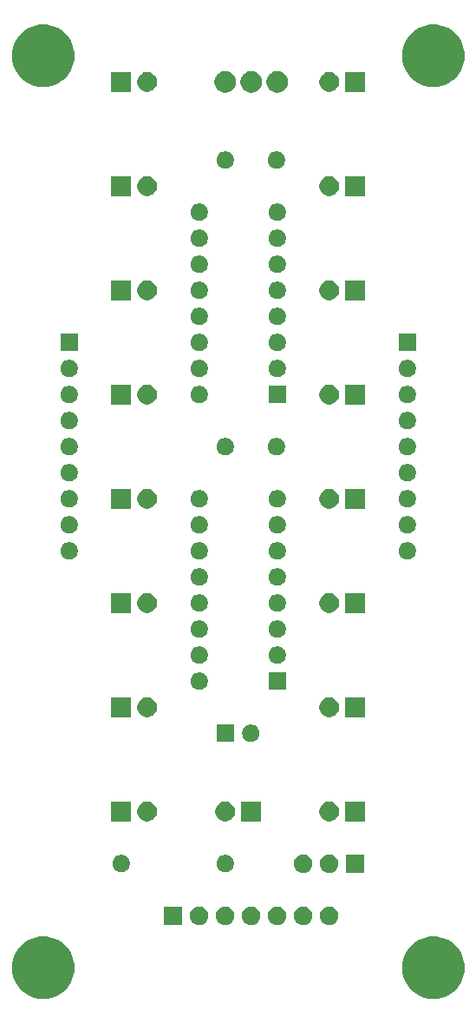
<source format=gbs>
%TF.GenerationSoftware,KiCad,Pcbnew,5.1.5-5.1.5*%
%TF.CreationDate,2019-11-28T22:59:43+11:00*%
%TF.ProjectId,srdisplay,73726469-7370-46c6-9179-2e6b69636164,rev?*%
%TF.SameCoordinates,Original*%
%TF.FileFunction,Soldermask,Bot*%
%TF.FilePolarity,Negative*%
%FSLAX46Y46*%
G04 Gerber Fmt 4.6, Leading zero omitted, Abs format (unit mm)*
G04 Created by KiCad (PCBNEW 5.1.5-5.1.5) date 2019-11-28 22:59:43*
%MOMM*%
%LPD*%
G04 APERTURE LIST*
%ADD10C,0.100000*%
G04 APERTURE END LIST*
D10*
G36*
X191389943Y-121526248D02*
G01*
X191945189Y-121756238D01*
X191945190Y-121756239D01*
X192444899Y-122090134D01*
X192869866Y-122515101D01*
X192869867Y-122515103D01*
X193203762Y-123014811D01*
X193433752Y-123570057D01*
X193551000Y-124159501D01*
X193551000Y-124760499D01*
X193433752Y-125349943D01*
X193203762Y-125905189D01*
X193203761Y-125905190D01*
X192869866Y-126404899D01*
X192444899Y-126829866D01*
X192193347Y-126997948D01*
X191945189Y-127163762D01*
X191389943Y-127393752D01*
X190800499Y-127511000D01*
X190199501Y-127511000D01*
X189610057Y-127393752D01*
X189054811Y-127163762D01*
X188806653Y-126997948D01*
X188555101Y-126829866D01*
X188130134Y-126404899D01*
X187796239Y-125905190D01*
X187796238Y-125905189D01*
X187566248Y-125349943D01*
X187449000Y-124760499D01*
X187449000Y-124159501D01*
X187566248Y-123570057D01*
X187796238Y-123014811D01*
X188130133Y-122515103D01*
X188130134Y-122515101D01*
X188555101Y-122090134D01*
X189054810Y-121756239D01*
X189054811Y-121756238D01*
X189610057Y-121526248D01*
X190199501Y-121409000D01*
X190800499Y-121409000D01*
X191389943Y-121526248D01*
G37*
G36*
X153289943Y-121526248D02*
G01*
X153845189Y-121756238D01*
X153845190Y-121756239D01*
X154344899Y-122090134D01*
X154769866Y-122515101D01*
X154769867Y-122515103D01*
X155103762Y-123014811D01*
X155333752Y-123570057D01*
X155451000Y-124159501D01*
X155451000Y-124760499D01*
X155333752Y-125349943D01*
X155103762Y-125905189D01*
X155103761Y-125905190D01*
X154769866Y-126404899D01*
X154344899Y-126829866D01*
X154093347Y-126997948D01*
X153845189Y-127163762D01*
X153289943Y-127393752D01*
X152700499Y-127511000D01*
X152099501Y-127511000D01*
X151510057Y-127393752D01*
X150954811Y-127163762D01*
X150706653Y-126997948D01*
X150455101Y-126829866D01*
X150030134Y-126404899D01*
X149696239Y-125905190D01*
X149696238Y-125905189D01*
X149466248Y-125349943D01*
X149349000Y-124760499D01*
X149349000Y-124159501D01*
X149466248Y-123570057D01*
X149696238Y-123014811D01*
X150030133Y-122515103D01*
X150030134Y-122515101D01*
X150455101Y-122090134D01*
X150954810Y-121756239D01*
X150954811Y-121756238D01*
X151510057Y-121526248D01*
X152099501Y-121409000D01*
X152700499Y-121409000D01*
X153289943Y-121526248D01*
G37*
G36*
X170293512Y-118483927D02*
G01*
X170442812Y-118513624D01*
X170606784Y-118581544D01*
X170754354Y-118680147D01*
X170879853Y-118805646D01*
X170978456Y-118953216D01*
X171046376Y-119117188D01*
X171081000Y-119291259D01*
X171081000Y-119468741D01*
X171046376Y-119642812D01*
X170978456Y-119806784D01*
X170879853Y-119954354D01*
X170754354Y-120079853D01*
X170606784Y-120178456D01*
X170442812Y-120246376D01*
X170293512Y-120276073D01*
X170268742Y-120281000D01*
X170091258Y-120281000D01*
X170066488Y-120276073D01*
X169917188Y-120246376D01*
X169753216Y-120178456D01*
X169605646Y-120079853D01*
X169480147Y-119954354D01*
X169381544Y-119806784D01*
X169313624Y-119642812D01*
X169279000Y-119468741D01*
X169279000Y-119291259D01*
X169313624Y-119117188D01*
X169381544Y-118953216D01*
X169480147Y-118805646D01*
X169605646Y-118680147D01*
X169753216Y-118581544D01*
X169917188Y-118513624D01*
X170066488Y-118483927D01*
X170091258Y-118479000D01*
X170268742Y-118479000D01*
X170293512Y-118483927D01*
G37*
G36*
X172833512Y-118483927D02*
G01*
X172982812Y-118513624D01*
X173146784Y-118581544D01*
X173294354Y-118680147D01*
X173419853Y-118805646D01*
X173518456Y-118953216D01*
X173586376Y-119117188D01*
X173621000Y-119291259D01*
X173621000Y-119468741D01*
X173586376Y-119642812D01*
X173518456Y-119806784D01*
X173419853Y-119954354D01*
X173294354Y-120079853D01*
X173146784Y-120178456D01*
X172982812Y-120246376D01*
X172833512Y-120276073D01*
X172808742Y-120281000D01*
X172631258Y-120281000D01*
X172606488Y-120276073D01*
X172457188Y-120246376D01*
X172293216Y-120178456D01*
X172145646Y-120079853D01*
X172020147Y-119954354D01*
X171921544Y-119806784D01*
X171853624Y-119642812D01*
X171819000Y-119468741D01*
X171819000Y-119291259D01*
X171853624Y-119117188D01*
X171921544Y-118953216D01*
X172020147Y-118805646D01*
X172145646Y-118680147D01*
X172293216Y-118581544D01*
X172457188Y-118513624D01*
X172606488Y-118483927D01*
X172631258Y-118479000D01*
X172808742Y-118479000D01*
X172833512Y-118483927D01*
G37*
G36*
X175373512Y-118483927D02*
G01*
X175522812Y-118513624D01*
X175686784Y-118581544D01*
X175834354Y-118680147D01*
X175959853Y-118805646D01*
X176058456Y-118953216D01*
X176126376Y-119117188D01*
X176161000Y-119291259D01*
X176161000Y-119468741D01*
X176126376Y-119642812D01*
X176058456Y-119806784D01*
X175959853Y-119954354D01*
X175834354Y-120079853D01*
X175686784Y-120178456D01*
X175522812Y-120246376D01*
X175373512Y-120276073D01*
X175348742Y-120281000D01*
X175171258Y-120281000D01*
X175146488Y-120276073D01*
X174997188Y-120246376D01*
X174833216Y-120178456D01*
X174685646Y-120079853D01*
X174560147Y-119954354D01*
X174461544Y-119806784D01*
X174393624Y-119642812D01*
X174359000Y-119468741D01*
X174359000Y-119291259D01*
X174393624Y-119117188D01*
X174461544Y-118953216D01*
X174560147Y-118805646D01*
X174685646Y-118680147D01*
X174833216Y-118581544D01*
X174997188Y-118513624D01*
X175146488Y-118483927D01*
X175171258Y-118479000D01*
X175348742Y-118479000D01*
X175373512Y-118483927D01*
G37*
G36*
X177913512Y-118483927D02*
G01*
X178062812Y-118513624D01*
X178226784Y-118581544D01*
X178374354Y-118680147D01*
X178499853Y-118805646D01*
X178598456Y-118953216D01*
X178666376Y-119117188D01*
X178701000Y-119291259D01*
X178701000Y-119468741D01*
X178666376Y-119642812D01*
X178598456Y-119806784D01*
X178499853Y-119954354D01*
X178374354Y-120079853D01*
X178226784Y-120178456D01*
X178062812Y-120246376D01*
X177913512Y-120276073D01*
X177888742Y-120281000D01*
X177711258Y-120281000D01*
X177686488Y-120276073D01*
X177537188Y-120246376D01*
X177373216Y-120178456D01*
X177225646Y-120079853D01*
X177100147Y-119954354D01*
X177001544Y-119806784D01*
X176933624Y-119642812D01*
X176899000Y-119468741D01*
X176899000Y-119291259D01*
X176933624Y-119117188D01*
X177001544Y-118953216D01*
X177100147Y-118805646D01*
X177225646Y-118680147D01*
X177373216Y-118581544D01*
X177537188Y-118513624D01*
X177686488Y-118483927D01*
X177711258Y-118479000D01*
X177888742Y-118479000D01*
X177913512Y-118483927D01*
G37*
G36*
X166001000Y-120281000D02*
G01*
X164199000Y-120281000D01*
X164199000Y-118479000D01*
X166001000Y-118479000D01*
X166001000Y-120281000D01*
G37*
G36*
X167753512Y-118483927D02*
G01*
X167902812Y-118513624D01*
X168066784Y-118581544D01*
X168214354Y-118680147D01*
X168339853Y-118805646D01*
X168438456Y-118953216D01*
X168506376Y-119117188D01*
X168541000Y-119291259D01*
X168541000Y-119468741D01*
X168506376Y-119642812D01*
X168438456Y-119806784D01*
X168339853Y-119954354D01*
X168214354Y-120079853D01*
X168066784Y-120178456D01*
X167902812Y-120246376D01*
X167753512Y-120276073D01*
X167728742Y-120281000D01*
X167551258Y-120281000D01*
X167526488Y-120276073D01*
X167377188Y-120246376D01*
X167213216Y-120178456D01*
X167065646Y-120079853D01*
X166940147Y-119954354D01*
X166841544Y-119806784D01*
X166773624Y-119642812D01*
X166739000Y-119468741D01*
X166739000Y-119291259D01*
X166773624Y-119117188D01*
X166841544Y-118953216D01*
X166940147Y-118805646D01*
X167065646Y-118680147D01*
X167213216Y-118581544D01*
X167377188Y-118513624D01*
X167526488Y-118483927D01*
X167551258Y-118479000D01*
X167728742Y-118479000D01*
X167753512Y-118483927D01*
G37*
G36*
X180453512Y-118483927D02*
G01*
X180602812Y-118513624D01*
X180766784Y-118581544D01*
X180914354Y-118680147D01*
X181039853Y-118805646D01*
X181138456Y-118953216D01*
X181206376Y-119117188D01*
X181241000Y-119291259D01*
X181241000Y-119468741D01*
X181206376Y-119642812D01*
X181138456Y-119806784D01*
X181039853Y-119954354D01*
X180914354Y-120079853D01*
X180766784Y-120178456D01*
X180602812Y-120246376D01*
X180453512Y-120276073D01*
X180428742Y-120281000D01*
X180251258Y-120281000D01*
X180226488Y-120276073D01*
X180077188Y-120246376D01*
X179913216Y-120178456D01*
X179765646Y-120079853D01*
X179640147Y-119954354D01*
X179541544Y-119806784D01*
X179473624Y-119642812D01*
X179439000Y-119468741D01*
X179439000Y-119291259D01*
X179473624Y-119117188D01*
X179541544Y-118953216D01*
X179640147Y-118805646D01*
X179765646Y-118680147D01*
X179913216Y-118581544D01*
X180077188Y-118513624D01*
X180226488Y-118483927D01*
X180251258Y-118479000D01*
X180428742Y-118479000D01*
X180453512Y-118483927D01*
G37*
G36*
X180453512Y-113403927D02*
G01*
X180602812Y-113433624D01*
X180766784Y-113501544D01*
X180914354Y-113600147D01*
X181039853Y-113725646D01*
X181138456Y-113873216D01*
X181206376Y-114037188D01*
X181241000Y-114211259D01*
X181241000Y-114388741D01*
X181206376Y-114562812D01*
X181138456Y-114726784D01*
X181039853Y-114874354D01*
X180914354Y-114999853D01*
X180766784Y-115098456D01*
X180602812Y-115166376D01*
X180453512Y-115196073D01*
X180428742Y-115201000D01*
X180251258Y-115201000D01*
X180226488Y-115196073D01*
X180077188Y-115166376D01*
X179913216Y-115098456D01*
X179765646Y-114999853D01*
X179640147Y-114874354D01*
X179541544Y-114726784D01*
X179473624Y-114562812D01*
X179439000Y-114388741D01*
X179439000Y-114211259D01*
X179473624Y-114037188D01*
X179541544Y-113873216D01*
X179640147Y-113725646D01*
X179765646Y-113600147D01*
X179913216Y-113501544D01*
X180077188Y-113433624D01*
X180226488Y-113403927D01*
X180251258Y-113399000D01*
X180428742Y-113399000D01*
X180453512Y-113403927D01*
G37*
G36*
X177913512Y-113403927D02*
G01*
X178062812Y-113433624D01*
X178226784Y-113501544D01*
X178374354Y-113600147D01*
X178499853Y-113725646D01*
X178598456Y-113873216D01*
X178666376Y-114037188D01*
X178701000Y-114211259D01*
X178701000Y-114388741D01*
X178666376Y-114562812D01*
X178598456Y-114726784D01*
X178499853Y-114874354D01*
X178374354Y-114999853D01*
X178226784Y-115098456D01*
X178062812Y-115166376D01*
X177913512Y-115196073D01*
X177888742Y-115201000D01*
X177711258Y-115201000D01*
X177686488Y-115196073D01*
X177537188Y-115166376D01*
X177373216Y-115098456D01*
X177225646Y-114999853D01*
X177100147Y-114874354D01*
X177001544Y-114726784D01*
X176933624Y-114562812D01*
X176899000Y-114388741D01*
X176899000Y-114211259D01*
X176933624Y-114037188D01*
X177001544Y-113873216D01*
X177100147Y-113725646D01*
X177225646Y-113600147D01*
X177373216Y-113501544D01*
X177537188Y-113433624D01*
X177686488Y-113403927D01*
X177711258Y-113399000D01*
X177888742Y-113399000D01*
X177913512Y-113403927D01*
G37*
G36*
X183781000Y-115201000D02*
G01*
X181979000Y-115201000D01*
X181979000Y-113399000D01*
X183781000Y-113399000D01*
X183781000Y-115201000D01*
G37*
G36*
X170428228Y-113481703D02*
G01*
X170583100Y-113545853D01*
X170722481Y-113638985D01*
X170841015Y-113757519D01*
X170934147Y-113896900D01*
X170998297Y-114051772D01*
X171031000Y-114216184D01*
X171031000Y-114383816D01*
X170998297Y-114548228D01*
X170934147Y-114703100D01*
X170841015Y-114842481D01*
X170722481Y-114961015D01*
X170583100Y-115054147D01*
X170428228Y-115118297D01*
X170263816Y-115151000D01*
X170096184Y-115151000D01*
X169931772Y-115118297D01*
X169776900Y-115054147D01*
X169637519Y-114961015D01*
X169518985Y-114842481D01*
X169425853Y-114703100D01*
X169361703Y-114548228D01*
X169329000Y-114383816D01*
X169329000Y-114216184D01*
X169361703Y-114051772D01*
X169425853Y-113896900D01*
X169518985Y-113757519D01*
X169637519Y-113638985D01*
X169776900Y-113545853D01*
X169931772Y-113481703D01*
X170096184Y-113449000D01*
X170263816Y-113449000D01*
X170428228Y-113481703D01*
G37*
G36*
X160268228Y-113481703D02*
G01*
X160423100Y-113545853D01*
X160562481Y-113638985D01*
X160681015Y-113757519D01*
X160774147Y-113896900D01*
X160838297Y-114051772D01*
X160871000Y-114216184D01*
X160871000Y-114383816D01*
X160838297Y-114548228D01*
X160774147Y-114703100D01*
X160681015Y-114842481D01*
X160562481Y-114961015D01*
X160423100Y-115054147D01*
X160268228Y-115118297D01*
X160103816Y-115151000D01*
X159936184Y-115151000D01*
X159771772Y-115118297D01*
X159616900Y-115054147D01*
X159477519Y-114961015D01*
X159358985Y-114842481D01*
X159265853Y-114703100D01*
X159201703Y-114548228D01*
X159169000Y-114383816D01*
X159169000Y-114216184D01*
X159201703Y-114051772D01*
X159265853Y-113896900D01*
X159358985Y-113757519D01*
X159477519Y-113638985D01*
X159616900Y-113545853D01*
X159771772Y-113481703D01*
X159936184Y-113449000D01*
X160103816Y-113449000D01*
X160268228Y-113481703D01*
G37*
G36*
X173671000Y-110171000D02*
G01*
X171769000Y-110171000D01*
X171769000Y-108269000D01*
X173671000Y-108269000D01*
X173671000Y-110171000D01*
G37*
G36*
X160971000Y-110171000D02*
G01*
X159069000Y-110171000D01*
X159069000Y-108269000D01*
X160971000Y-108269000D01*
X160971000Y-110171000D01*
G37*
G36*
X162837395Y-108305546D02*
G01*
X163010466Y-108377234D01*
X163010467Y-108377235D01*
X163166227Y-108481310D01*
X163298690Y-108613773D01*
X163298691Y-108613775D01*
X163402766Y-108769534D01*
X163474454Y-108942605D01*
X163511000Y-109126333D01*
X163511000Y-109313667D01*
X163474454Y-109497395D01*
X163402766Y-109670466D01*
X163402765Y-109670467D01*
X163298690Y-109826227D01*
X163166227Y-109958690D01*
X163087818Y-110011081D01*
X163010466Y-110062766D01*
X162837395Y-110134454D01*
X162653667Y-110171000D01*
X162466333Y-110171000D01*
X162282605Y-110134454D01*
X162109534Y-110062766D01*
X162032182Y-110011081D01*
X161953773Y-109958690D01*
X161821310Y-109826227D01*
X161717235Y-109670467D01*
X161717234Y-109670466D01*
X161645546Y-109497395D01*
X161609000Y-109313667D01*
X161609000Y-109126333D01*
X161645546Y-108942605D01*
X161717234Y-108769534D01*
X161821309Y-108613775D01*
X161821310Y-108613773D01*
X161953773Y-108481310D01*
X162109533Y-108377235D01*
X162109534Y-108377234D01*
X162282605Y-108305546D01*
X162466333Y-108269000D01*
X162653667Y-108269000D01*
X162837395Y-108305546D01*
G37*
G36*
X180617395Y-108305546D02*
G01*
X180790466Y-108377234D01*
X180790467Y-108377235D01*
X180946227Y-108481310D01*
X181078690Y-108613773D01*
X181078691Y-108613775D01*
X181182766Y-108769534D01*
X181254454Y-108942605D01*
X181291000Y-109126333D01*
X181291000Y-109313667D01*
X181254454Y-109497395D01*
X181182766Y-109670466D01*
X181182765Y-109670467D01*
X181078690Y-109826227D01*
X180946227Y-109958690D01*
X180867818Y-110011081D01*
X180790466Y-110062766D01*
X180617395Y-110134454D01*
X180433667Y-110171000D01*
X180246333Y-110171000D01*
X180062605Y-110134454D01*
X179889534Y-110062766D01*
X179812182Y-110011081D01*
X179733773Y-109958690D01*
X179601310Y-109826227D01*
X179497235Y-109670467D01*
X179497234Y-109670466D01*
X179425546Y-109497395D01*
X179389000Y-109313667D01*
X179389000Y-109126333D01*
X179425546Y-108942605D01*
X179497234Y-108769534D01*
X179601309Y-108613775D01*
X179601310Y-108613773D01*
X179733773Y-108481310D01*
X179889533Y-108377235D01*
X179889534Y-108377234D01*
X180062605Y-108305546D01*
X180246333Y-108269000D01*
X180433667Y-108269000D01*
X180617395Y-108305546D01*
G37*
G36*
X183831000Y-110171000D02*
G01*
X181929000Y-110171000D01*
X181929000Y-108269000D01*
X183831000Y-108269000D01*
X183831000Y-110171000D01*
G37*
G36*
X170457395Y-108305546D02*
G01*
X170630466Y-108377234D01*
X170630467Y-108377235D01*
X170786227Y-108481310D01*
X170918690Y-108613773D01*
X170918691Y-108613775D01*
X171022766Y-108769534D01*
X171094454Y-108942605D01*
X171131000Y-109126333D01*
X171131000Y-109313667D01*
X171094454Y-109497395D01*
X171022766Y-109670466D01*
X171022765Y-109670467D01*
X170918690Y-109826227D01*
X170786227Y-109958690D01*
X170707818Y-110011081D01*
X170630466Y-110062766D01*
X170457395Y-110134454D01*
X170273667Y-110171000D01*
X170086333Y-110171000D01*
X169902605Y-110134454D01*
X169729534Y-110062766D01*
X169652182Y-110011081D01*
X169573773Y-109958690D01*
X169441310Y-109826227D01*
X169337235Y-109670467D01*
X169337234Y-109670466D01*
X169265546Y-109497395D01*
X169229000Y-109313667D01*
X169229000Y-109126333D01*
X169265546Y-108942605D01*
X169337234Y-108769534D01*
X169441309Y-108613775D01*
X169441310Y-108613773D01*
X169573773Y-108481310D01*
X169729533Y-108377235D01*
X169729534Y-108377234D01*
X169902605Y-108305546D01*
X170086333Y-108269000D01*
X170273667Y-108269000D01*
X170457395Y-108305546D01*
G37*
G36*
X172928228Y-100781703D02*
G01*
X173083100Y-100845853D01*
X173222481Y-100938985D01*
X173341015Y-101057519D01*
X173434147Y-101196900D01*
X173498297Y-101351772D01*
X173531000Y-101516184D01*
X173531000Y-101683816D01*
X173498297Y-101848228D01*
X173434147Y-102003100D01*
X173341015Y-102142481D01*
X173222481Y-102261015D01*
X173083100Y-102354147D01*
X172928228Y-102418297D01*
X172763816Y-102451000D01*
X172596184Y-102451000D01*
X172431772Y-102418297D01*
X172276900Y-102354147D01*
X172137519Y-102261015D01*
X172018985Y-102142481D01*
X171925853Y-102003100D01*
X171861703Y-101848228D01*
X171829000Y-101683816D01*
X171829000Y-101516184D01*
X171861703Y-101351772D01*
X171925853Y-101196900D01*
X172018985Y-101057519D01*
X172137519Y-100938985D01*
X172276900Y-100845853D01*
X172431772Y-100781703D01*
X172596184Y-100749000D01*
X172763816Y-100749000D01*
X172928228Y-100781703D01*
G37*
G36*
X171031000Y-102451000D02*
G01*
X169329000Y-102451000D01*
X169329000Y-100749000D01*
X171031000Y-100749000D01*
X171031000Y-102451000D01*
G37*
G36*
X180617395Y-98145546D02*
G01*
X180790466Y-98217234D01*
X180790467Y-98217235D01*
X180946227Y-98321310D01*
X181078690Y-98453773D01*
X181078691Y-98453775D01*
X181182766Y-98609534D01*
X181254454Y-98782605D01*
X181291000Y-98966333D01*
X181291000Y-99153667D01*
X181254454Y-99337395D01*
X181182766Y-99510466D01*
X181182765Y-99510467D01*
X181078690Y-99666227D01*
X180946227Y-99798690D01*
X180867818Y-99851081D01*
X180790466Y-99902766D01*
X180617395Y-99974454D01*
X180433667Y-100011000D01*
X180246333Y-100011000D01*
X180062605Y-99974454D01*
X179889534Y-99902766D01*
X179812182Y-99851081D01*
X179733773Y-99798690D01*
X179601310Y-99666227D01*
X179497235Y-99510467D01*
X179497234Y-99510466D01*
X179425546Y-99337395D01*
X179389000Y-99153667D01*
X179389000Y-98966333D01*
X179425546Y-98782605D01*
X179497234Y-98609534D01*
X179601309Y-98453775D01*
X179601310Y-98453773D01*
X179733773Y-98321310D01*
X179889533Y-98217235D01*
X179889534Y-98217234D01*
X180062605Y-98145546D01*
X180246333Y-98109000D01*
X180433667Y-98109000D01*
X180617395Y-98145546D01*
G37*
G36*
X183831000Y-100011000D02*
G01*
X181929000Y-100011000D01*
X181929000Y-98109000D01*
X183831000Y-98109000D01*
X183831000Y-100011000D01*
G37*
G36*
X162837395Y-98145546D02*
G01*
X163010466Y-98217234D01*
X163010467Y-98217235D01*
X163166227Y-98321310D01*
X163298690Y-98453773D01*
X163298691Y-98453775D01*
X163402766Y-98609534D01*
X163474454Y-98782605D01*
X163511000Y-98966333D01*
X163511000Y-99153667D01*
X163474454Y-99337395D01*
X163402766Y-99510466D01*
X163402765Y-99510467D01*
X163298690Y-99666227D01*
X163166227Y-99798690D01*
X163087818Y-99851081D01*
X163010466Y-99902766D01*
X162837395Y-99974454D01*
X162653667Y-100011000D01*
X162466333Y-100011000D01*
X162282605Y-99974454D01*
X162109534Y-99902766D01*
X162032182Y-99851081D01*
X161953773Y-99798690D01*
X161821310Y-99666227D01*
X161717235Y-99510467D01*
X161717234Y-99510466D01*
X161645546Y-99337395D01*
X161609000Y-99153667D01*
X161609000Y-98966333D01*
X161645546Y-98782605D01*
X161717234Y-98609534D01*
X161821309Y-98453775D01*
X161821310Y-98453773D01*
X161953773Y-98321310D01*
X162109533Y-98217235D01*
X162109534Y-98217234D01*
X162282605Y-98145546D01*
X162466333Y-98109000D01*
X162653667Y-98109000D01*
X162837395Y-98145546D01*
G37*
G36*
X160971000Y-100011000D02*
G01*
X159069000Y-100011000D01*
X159069000Y-98109000D01*
X160971000Y-98109000D01*
X160971000Y-100011000D01*
G37*
G36*
X167888228Y-95701703D02*
G01*
X168043100Y-95765853D01*
X168182481Y-95858985D01*
X168301015Y-95977519D01*
X168394147Y-96116900D01*
X168458297Y-96271772D01*
X168491000Y-96436184D01*
X168491000Y-96603816D01*
X168458297Y-96768228D01*
X168394147Y-96923100D01*
X168301015Y-97062481D01*
X168182481Y-97181015D01*
X168043100Y-97274147D01*
X167888228Y-97338297D01*
X167723816Y-97371000D01*
X167556184Y-97371000D01*
X167391772Y-97338297D01*
X167236900Y-97274147D01*
X167097519Y-97181015D01*
X166978985Y-97062481D01*
X166885853Y-96923100D01*
X166821703Y-96768228D01*
X166789000Y-96603816D01*
X166789000Y-96436184D01*
X166821703Y-96271772D01*
X166885853Y-96116900D01*
X166978985Y-95977519D01*
X167097519Y-95858985D01*
X167236900Y-95765853D01*
X167391772Y-95701703D01*
X167556184Y-95669000D01*
X167723816Y-95669000D01*
X167888228Y-95701703D01*
G37*
G36*
X176111000Y-97371000D02*
G01*
X174409000Y-97371000D01*
X174409000Y-95669000D01*
X176111000Y-95669000D01*
X176111000Y-97371000D01*
G37*
G36*
X167888228Y-93161703D02*
G01*
X168043100Y-93225853D01*
X168182481Y-93318985D01*
X168301015Y-93437519D01*
X168394147Y-93576900D01*
X168458297Y-93731772D01*
X168491000Y-93896184D01*
X168491000Y-94063816D01*
X168458297Y-94228228D01*
X168394147Y-94383100D01*
X168301015Y-94522481D01*
X168182481Y-94641015D01*
X168043100Y-94734147D01*
X167888228Y-94798297D01*
X167723816Y-94831000D01*
X167556184Y-94831000D01*
X167391772Y-94798297D01*
X167236900Y-94734147D01*
X167097519Y-94641015D01*
X166978985Y-94522481D01*
X166885853Y-94383100D01*
X166821703Y-94228228D01*
X166789000Y-94063816D01*
X166789000Y-93896184D01*
X166821703Y-93731772D01*
X166885853Y-93576900D01*
X166978985Y-93437519D01*
X167097519Y-93318985D01*
X167236900Y-93225853D01*
X167391772Y-93161703D01*
X167556184Y-93129000D01*
X167723816Y-93129000D01*
X167888228Y-93161703D01*
G37*
G36*
X175508228Y-93161703D02*
G01*
X175663100Y-93225853D01*
X175802481Y-93318985D01*
X175921015Y-93437519D01*
X176014147Y-93576900D01*
X176078297Y-93731772D01*
X176111000Y-93896184D01*
X176111000Y-94063816D01*
X176078297Y-94228228D01*
X176014147Y-94383100D01*
X175921015Y-94522481D01*
X175802481Y-94641015D01*
X175663100Y-94734147D01*
X175508228Y-94798297D01*
X175343816Y-94831000D01*
X175176184Y-94831000D01*
X175011772Y-94798297D01*
X174856900Y-94734147D01*
X174717519Y-94641015D01*
X174598985Y-94522481D01*
X174505853Y-94383100D01*
X174441703Y-94228228D01*
X174409000Y-94063816D01*
X174409000Y-93896184D01*
X174441703Y-93731772D01*
X174505853Y-93576900D01*
X174598985Y-93437519D01*
X174717519Y-93318985D01*
X174856900Y-93225853D01*
X175011772Y-93161703D01*
X175176184Y-93129000D01*
X175343816Y-93129000D01*
X175508228Y-93161703D01*
G37*
G36*
X175508228Y-90621703D02*
G01*
X175663100Y-90685853D01*
X175802481Y-90778985D01*
X175921015Y-90897519D01*
X176014147Y-91036900D01*
X176078297Y-91191772D01*
X176111000Y-91356184D01*
X176111000Y-91523816D01*
X176078297Y-91688228D01*
X176014147Y-91843100D01*
X175921015Y-91982481D01*
X175802481Y-92101015D01*
X175663100Y-92194147D01*
X175508228Y-92258297D01*
X175343816Y-92291000D01*
X175176184Y-92291000D01*
X175011772Y-92258297D01*
X174856900Y-92194147D01*
X174717519Y-92101015D01*
X174598985Y-91982481D01*
X174505853Y-91843100D01*
X174441703Y-91688228D01*
X174409000Y-91523816D01*
X174409000Y-91356184D01*
X174441703Y-91191772D01*
X174505853Y-91036900D01*
X174598985Y-90897519D01*
X174717519Y-90778985D01*
X174856900Y-90685853D01*
X175011772Y-90621703D01*
X175176184Y-90589000D01*
X175343816Y-90589000D01*
X175508228Y-90621703D01*
G37*
G36*
X167888228Y-90621703D02*
G01*
X168043100Y-90685853D01*
X168182481Y-90778985D01*
X168301015Y-90897519D01*
X168394147Y-91036900D01*
X168458297Y-91191772D01*
X168491000Y-91356184D01*
X168491000Y-91523816D01*
X168458297Y-91688228D01*
X168394147Y-91843100D01*
X168301015Y-91982481D01*
X168182481Y-92101015D01*
X168043100Y-92194147D01*
X167888228Y-92258297D01*
X167723816Y-92291000D01*
X167556184Y-92291000D01*
X167391772Y-92258297D01*
X167236900Y-92194147D01*
X167097519Y-92101015D01*
X166978985Y-91982481D01*
X166885853Y-91843100D01*
X166821703Y-91688228D01*
X166789000Y-91523816D01*
X166789000Y-91356184D01*
X166821703Y-91191772D01*
X166885853Y-91036900D01*
X166978985Y-90897519D01*
X167097519Y-90778985D01*
X167236900Y-90685853D01*
X167391772Y-90621703D01*
X167556184Y-90589000D01*
X167723816Y-90589000D01*
X167888228Y-90621703D01*
G37*
G36*
X162837395Y-87985546D02*
G01*
X163010466Y-88057234D01*
X163010467Y-88057235D01*
X163166227Y-88161310D01*
X163298690Y-88293773D01*
X163341284Y-88357520D01*
X163402766Y-88449534D01*
X163474454Y-88622605D01*
X163511000Y-88806333D01*
X163511000Y-88993667D01*
X163474454Y-89177395D01*
X163402766Y-89350466D01*
X163402765Y-89350467D01*
X163298690Y-89506227D01*
X163166227Y-89638690D01*
X163143092Y-89654148D01*
X163010466Y-89742766D01*
X162837395Y-89814454D01*
X162653667Y-89851000D01*
X162466333Y-89851000D01*
X162282605Y-89814454D01*
X162109534Y-89742766D01*
X161976908Y-89654148D01*
X161953773Y-89638690D01*
X161821310Y-89506227D01*
X161717235Y-89350467D01*
X161717234Y-89350466D01*
X161645546Y-89177395D01*
X161609000Y-88993667D01*
X161609000Y-88806333D01*
X161645546Y-88622605D01*
X161717234Y-88449534D01*
X161778716Y-88357520D01*
X161821310Y-88293773D01*
X161953773Y-88161310D01*
X162109533Y-88057235D01*
X162109534Y-88057234D01*
X162282605Y-87985546D01*
X162466333Y-87949000D01*
X162653667Y-87949000D01*
X162837395Y-87985546D01*
G37*
G36*
X160971000Y-89851000D02*
G01*
X159069000Y-89851000D01*
X159069000Y-87949000D01*
X160971000Y-87949000D01*
X160971000Y-89851000D01*
G37*
G36*
X183831000Y-89851000D02*
G01*
X181929000Y-89851000D01*
X181929000Y-87949000D01*
X183831000Y-87949000D01*
X183831000Y-89851000D01*
G37*
G36*
X180617395Y-87985546D02*
G01*
X180790466Y-88057234D01*
X180790467Y-88057235D01*
X180946227Y-88161310D01*
X181078690Y-88293773D01*
X181121284Y-88357520D01*
X181182766Y-88449534D01*
X181254454Y-88622605D01*
X181291000Y-88806333D01*
X181291000Y-88993667D01*
X181254454Y-89177395D01*
X181182766Y-89350466D01*
X181182765Y-89350467D01*
X181078690Y-89506227D01*
X180946227Y-89638690D01*
X180923092Y-89654148D01*
X180790466Y-89742766D01*
X180617395Y-89814454D01*
X180433667Y-89851000D01*
X180246333Y-89851000D01*
X180062605Y-89814454D01*
X179889534Y-89742766D01*
X179756908Y-89654148D01*
X179733773Y-89638690D01*
X179601310Y-89506227D01*
X179497235Y-89350467D01*
X179497234Y-89350466D01*
X179425546Y-89177395D01*
X179389000Y-88993667D01*
X179389000Y-88806333D01*
X179425546Y-88622605D01*
X179497234Y-88449534D01*
X179558716Y-88357520D01*
X179601310Y-88293773D01*
X179733773Y-88161310D01*
X179889533Y-88057235D01*
X179889534Y-88057234D01*
X180062605Y-87985546D01*
X180246333Y-87949000D01*
X180433667Y-87949000D01*
X180617395Y-87985546D01*
G37*
G36*
X167888228Y-88081703D02*
G01*
X168043100Y-88145853D01*
X168182481Y-88238985D01*
X168301015Y-88357519D01*
X168394147Y-88496900D01*
X168458297Y-88651772D01*
X168491000Y-88816184D01*
X168491000Y-88983816D01*
X168458297Y-89148228D01*
X168394147Y-89303100D01*
X168301015Y-89442481D01*
X168182481Y-89561015D01*
X168043100Y-89654147D01*
X167888228Y-89718297D01*
X167723816Y-89751000D01*
X167556184Y-89751000D01*
X167391772Y-89718297D01*
X167236900Y-89654147D01*
X167097519Y-89561015D01*
X166978985Y-89442481D01*
X166885853Y-89303100D01*
X166821703Y-89148228D01*
X166789000Y-88983816D01*
X166789000Y-88816184D01*
X166821703Y-88651772D01*
X166885853Y-88496900D01*
X166978985Y-88357519D01*
X167097519Y-88238985D01*
X167236900Y-88145853D01*
X167391772Y-88081703D01*
X167556184Y-88049000D01*
X167723816Y-88049000D01*
X167888228Y-88081703D01*
G37*
G36*
X175508228Y-88081703D02*
G01*
X175663100Y-88145853D01*
X175802481Y-88238985D01*
X175921015Y-88357519D01*
X176014147Y-88496900D01*
X176078297Y-88651772D01*
X176111000Y-88816184D01*
X176111000Y-88983816D01*
X176078297Y-89148228D01*
X176014147Y-89303100D01*
X175921015Y-89442481D01*
X175802481Y-89561015D01*
X175663100Y-89654147D01*
X175508228Y-89718297D01*
X175343816Y-89751000D01*
X175176184Y-89751000D01*
X175011772Y-89718297D01*
X174856900Y-89654147D01*
X174717519Y-89561015D01*
X174598985Y-89442481D01*
X174505853Y-89303100D01*
X174441703Y-89148228D01*
X174409000Y-88983816D01*
X174409000Y-88816184D01*
X174441703Y-88651772D01*
X174505853Y-88496900D01*
X174598985Y-88357519D01*
X174717519Y-88238985D01*
X174856900Y-88145853D01*
X175011772Y-88081703D01*
X175176184Y-88049000D01*
X175343816Y-88049000D01*
X175508228Y-88081703D01*
G37*
G36*
X175508228Y-85541703D02*
G01*
X175663100Y-85605853D01*
X175802481Y-85698985D01*
X175921015Y-85817519D01*
X176014147Y-85956900D01*
X176078297Y-86111772D01*
X176111000Y-86276184D01*
X176111000Y-86443816D01*
X176078297Y-86608228D01*
X176014147Y-86763100D01*
X175921015Y-86902481D01*
X175802481Y-87021015D01*
X175663100Y-87114147D01*
X175508228Y-87178297D01*
X175343816Y-87211000D01*
X175176184Y-87211000D01*
X175011772Y-87178297D01*
X174856900Y-87114147D01*
X174717519Y-87021015D01*
X174598985Y-86902481D01*
X174505853Y-86763100D01*
X174441703Y-86608228D01*
X174409000Y-86443816D01*
X174409000Y-86276184D01*
X174441703Y-86111772D01*
X174505853Y-85956900D01*
X174598985Y-85817519D01*
X174717519Y-85698985D01*
X174856900Y-85605853D01*
X175011772Y-85541703D01*
X175176184Y-85509000D01*
X175343816Y-85509000D01*
X175508228Y-85541703D01*
G37*
G36*
X167888228Y-85541703D02*
G01*
X168043100Y-85605853D01*
X168182481Y-85698985D01*
X168301015Y-85817519D01*
X168394147Y-85956900D01*
X168458297Y-86111772D01*
X168491000Y-86276184D01*
X168491000Y-86443816D01*
X168458297Y-86608228D01*
X168394147Y-86763100D01*
X168301015Y-86902481D01*
X168182481Y-87021015D01*
X168043100Y-87114147D01*
X167888228Y-87178297D01*
X167723816Y-87211000D01*
X167556184Y-87211000D01*
X167391772Y-87178297D01*
X167236900Y-87114147D01*
X167097519Y-87021015D01*
X166978985Y-86902481D01*
X166885853Y-86763100D01*
X166821703Y-86608228D01*
X166789000Y-86443816D01*
X166789000Y-86276184D01*
X166821703Y-86111772D01*
X166885853Y-85956900D01*
X166978985Y-85817519D01*
X167097519Y-85698985D01*
X167236900Y-85605853D01*
X167391772Y-85541703D01*
X167556184Y-85509000D01*
X167723816Y-85509000D01*
X167888228Y-85541703D01*
G37*
G36*
X155188228Y-83001703D02*
G01*
X155343100Y-83065853D01*
X155482481Y-83158985D01*
X155601015Y-83277519D01*
X155694147Y-83416900D01*
X155758297Y-83571772D01*
X155791000Y-83736184D01*
X155791000Y-83903816D01*
X155758297Y-84068228D01*
X155694147Y-84223100D01*
X155601015Y-84362481D01*
X155482481Y-84481015D01*
X155343100Y-84574147D01*
X155188228Y-84638297D01*
X155023816Y-84671000D01*
X154856184Y-84671000D01*
X154691772Y-84638297D01*
X154536900Y-84574147D01*
X154397519Y-84481015D01*
X154278985Y-84362481D01*
X154185853Y-84223100D01*
X154121703Y-84068228D01*
X154089000Y-83903816D01*
X154089000Y-83736184D01*
X154121703Y-83571772D01*
X154185853Y-83416900D01*
X154278985Y-83277519D01*
X154397519Y-83158985D01*
X154536900Y-83065853D01*
X154691772Y-83001703D01*
X154856184Y-82969000D01*
X155023816Y-82969000D01*
X155188228Y-83001703D01*
G37*
G36*
X167888228Y-83001703D02*
G01*
X168043100Y-83065853D01*
X168182481Y-83158985D01*
X168301015Y-83277519D01*
X168394147Y-83416900D01*
X168458297Y-83571772D01*
X168491000Y-83736184D01*
X168491000Y-83903816D01*
X168458297Y-84068228D01*
X168394147Y-84223100D01*
X168301015Y-84362481D01*
X168182481Y-84481015D01*
X168043100Y-84574147D01*
X167888228Y-84638297D01*
X167723816Y-84671000D01*
X167556184Y-84671000D01*
X167391772Y-84638297D01*
X167236900Y-84574147D01*
X167097519Y-84481015D01*
X166978985Y-84362481D01*
X166885853Y-84223100D01*
X166821703Y-84068228D01*
X166789000Y-83903816D01*
X166789000Y-83736184D01*
X166821703Y-83571772D01*
X166885853Y-83416900D01*
X166978985Y-83277519D01*
X167097519Y-83158985D01*
X167236900Y-83065853D01*
X167391772Y-83001703D01*
X167556184Y-82969000D01*
X167723816Y-82969000D01*
X167888228Y-83001703D01*
G37*
G36*
X188208228Y-83001703D02*
G01*
X188363100Y-83065853D01*
X188502481Y-83158985D01*
X188621015Y-83277519D01*
X188714147Y-83416900D01*
X188778297Y-83571772D01*
X188811000Y-83736184D01*
X188811000Y-83903816D01*
X188778297Y-84068228D01*
X188714147Y-84223100D01*
X188621015Y-84362481D01*
X188502481Y-84481015D01*
X188363100Y-84574147D01*
X188208228Y-84638297D01*
X188043816Y-84671000D01*
X187876184Y-84671000D01*
X187711772Y-84638297D01*
X187556900Y-84574147D01*
X187417519Y-84481015D01*
X187298985Y-84362481D01*
X187205853Y-84223100D01*
X187141703Y-84068228D01*
X187109000Y-83903816D01*
X187109000Y-83736184D01*
X187141703Y-83571772D01*
X187205853Y-83416900D01*
X187298985Y-83277519D01*
X187417519Y-83158985D01*
X187556900Y-83065853D01*
X187711772Y-83001703D01*
X187876184Y-82969000D01*
X188043816Y-82969000D01*
X188208228Y-83001703D01*
G37*
G36*
X175508228Y-83001703D02*
G01*
X175663100Y-83065853D01*
X175802481Y-83158985D01*
X175921015Y-83277519D01*
X176014147Y-83416900D01*
X176078297Y-83571772D01*
X176111000Y-83736184D01*
X176111000Y-83903816D01*
X176078297Y-84068228D01*
X176014147Y-84223100D01*
X175921015Y-84362481D01*
X175802481Y-84481015D01*
X175663100Y-84574147D01*
X175508228Y-84638297D01*
X175343816Y-84671000D01*
X175176184Y-84671000D01*
X175011772Y-84638297D01*
X174856900Y-84574147D01*
X174717519Y-84481015D01*
X174598985Y-84362481D01*
X174505853Y-84223100D01*
X174441703Y-84068228D01*
X174409000Y-83903816D01*
X174409000Y-83736184D01*
X174441703Y-83571772D01*
X174505853Y-83416900D01*
X174598985Y-83277519D01*
X174717519Y-83158985D01*
X174856900Y-83065853D01*
X175011772Y-83001703D01*
X175176184Y-82969000D01*
X175343816Y-82969000D01*
X175508228Y-83001703D01*
G37*
G36*
X167888228Y-80461703D02*
G01*
X168043100Y-80525853D01*
X168182481Y-80618985D01*
X168301015Y-80737519D01*
X168394147Y-80876900D01*
X168458297Y-81031772D01*
X168491000Y-81196184D01*
X168491000Y-81363816D01*
X168458297Y-81528228D01*
X168394147Y-81683100D01*
X168301015Y-81822481D01*
X168182481Y-81941015D01*
X168043100Y-82034147D01*
X167888228Y-82098297D01*
X167723816Y-82131000D01*
X167556184Y-82131000D01*
X167391772Y-82098297D01*
X167236900Y-82034147D01*
X167097519Y-81941015D01*
X166978985Y-81822481D01*
X166885853Y-81683100D01*
X166821703Y-81528228D01*
X166789000Y-81363816D01*
X166789000Y-81196184D01*
X166821703Y-81031772D01*
X166885853Y-80876900D01*
X166978985Y-80737519D01*
X167097519Y-80618985D01*
X167236900Y-80525853D01*
X167391772Y-80461703D01*
X167556184Y-80429000D01*
X167723816Y-80429000D01*
X167888228Y-80461703D01*
G37*
G36*
X175508228Y-80461703D02*
G01*
X175663100Y-80525853D01*
X175802481Y-80618985D01*
X175921015Y-80737519D01*
X176014147Y-80876900D01*
X176078297Y-81031772D01*
X176111000Y-81196184D01*
X176111000Y-81363816D01*
X176078297Y-81528228D01*
X176014147Y-81683100D01*
X175921015Y-81822481D01*
X175802481Y-81941015D01*
X175663100Y-82034147D01*
X175508228Y-82098297D01*
X175343816Y-82131000D01*
X175176184Y-82131000D01*
X175011772Y-82098297D01*
X174856900Y-82034147D01*
X174717519Y-81941015D01*
X174598985Y-81822481D01*
X174505853Y-81683100D01*
X174441703Y-81528228D01*
X174409000Y-81363816D01*
X174409000Y-81196184D01*
X174441703Y-81031772D01*
X174505853Y-80876900D01*
X174598985Y-80737519D01*
X174717519Y-80618985D01*
X174856900Y-80525853D01*
X175011772Y-80461703D01*
X175176184Y-80429000D01*
X175343816Y-80429000D01*
X175508228Y-80461703D01*
G37*
G36*
X188208228Y-80461703D02*
G01*
X188363100Y-80525853D01*
X188502481Y-80618985D01*
X188621015Y-80737519D01*
X188714147Y-80876900D01*
X188778297Y-81031772D01*
X188811000Y-81196184D01*
X188811000Y-81363816D01*
X188778297Y-81528228D01*
X188714147Y-81683100D01*
X188621015Y-81822481D01*
X188502481Y-81941015D01*
X188363100Y-82034147D01*
X188208228Y-82098297D01*
X188043816Y-82131000D01*
X187876184Y-82131000D01*
X187711772Y-82098297D01*
X187556900Y-82034147D01*
X187417519Y-81941015D01*
X187298985Y-81822481D01*
X187205853Y-81683100D01*
X187141703Y-81528228D01*
X187109000Y-81363816D01*
X187109000Y-81196184D01*
X187141703Y-81031772D01*
X187205853Y-80876900D01*
X187298985Y-80737519D01*
X187417519Y-80618985D01*
X187556900Y-80525853D01*
X187711772Y-80461703D01*
X187876184Y-80429000D01*
X188043816Y-80429000D01*
X188208228Y-80461703D01*
G37*
G36*
X155188228Y-80461703D02*
G01*
X155343100Y-80525853D01*
X155482481Y-80618985D01*
X155601015Y-80737519D01*
X155694147Y-80876900D01*
X155758297Y-81031772D01*
X155791000Y-81196184D01*
X155791000Y-81363816D01*
X155758297Y-81528228D01*
X155694147Y-81683100D01*
X155601015Y-81822481D01*
X155482481Y-81941015D01*
X155343100Y-82034147D01*
X155188228Y-82098297D01*
X155023816Y-82131000D01*
X154856184Y-82131000D01*
X154691772Y-82098297D01*
X154536900Y-82034147D01*
X154397519Y-81941015D01*
X154278985Y-81822481D01*
X154185853Y-81683100D01*
X154121703Y-81528228D01*
X154089000Y-81363816D01*
X154089000Y-81196184D01*
X154121703Y-81031772D01*
X154185853Y-80876900D01*
X154278985Y-80737519D01*
X154397519Y-80618985D01*
X154536900Y-80525853D01*
X154691772Y-80461703D01*
X154856184Y-80429000D01*
X155023816Y-80429000D01*
X155188228Y-80461703D01*
G37*
G36*
X183831000Y-79691000D02*
G01*
X181929000Y-79691000D01*
X181929000Y-77789000D01*
X183831000Y-77789000D01*
X183831000Y-79691000D01*
G37*
G36*
X162837395Y-77825546D02*
G01*
X163010466Y-77897234D01*
X163010467Y-77897235D01*
X163166227Y-78001310D01*
X163298690Y-78133773D01*
X163341284Y-78197520D01*
X163402766Y-78289534D01*
X163474454Y-78462605D01*
X163511000Y-78646333D01*
X163511000Y-78833667D01*
X163474454Y-79017395D01*
X163402766Y-79190466D01*
X163402765Y-79190467D01*
X163298690Y-79346227D01*
X163166227Y-79478690D01*
X163143092Y-79494148D01*
X163010466Y-79582766D01*
X162837395Y-79654454D01*
X162653667Y-79691000D01*
X162466333Y-79691000D01*
X162282605Y-79654454D01*
X162109534Y-79582766D01*
X161976908Y-79494148D01*
X161953773Y-79478690D01*
X161821310Y-79346227D01*
X161717235Y-79190467D01*
X161717234Y-79190466D01*
X161645546Y-79017395D01*
X161609000Y-78833667D01*
X161609000Y-78646333D01*
X161645546Y-78462605D01*
X161717234Y-78289534D01*
X161778716Y-78197520D01*
X161821310Y-78133773D01*
X161953773Y-78001310D01*
X162109533Y-77897235D01*
X162109534Y-77897234D01*
X162282605Y-77825546D01*
X162466333Y-77789000D01*
X162653667Y-77789000D01*
X162837395Y-77825546D01*
G37*
G36*
X160971000Y-79691000D02*
G01*
X159069000Y-79691000D01*
X159069000Y-77789000D01*
X160971000Y-77789000D01*
X160971000Y-79691000D01*
G37*
G36*
X180617395Y-77825546D02*
G01*
X180790466Y-77897234D01*
X180790467Y-77897235D01*
X180946227Y-78001310D01*
X181078690Y-78133773D01*
X181121284Y-78197520D01*
X181182766Y-78289534D01*
X181254454Y-78462605D01*
X181291000Y-78646333D01*
X181291000Y-78833667D01*
X181254454Y-79017395D01*
X181182766Y-79190466D01*
X181182765Y-79190467D01*
X181078690Y-79346227D01*
X180946227Y-79478690D01*
X180923092Y-79494148D01*
X180790466Y-79582766D01*
X180617395Y-79654454D01*
X180433667Y-79691000D01*
X180246333Y-79691000D01*
X180062605Y-79654454D01*
X179889534Y-79582766D01*
X179756908Y-79494148D01*
X179733773Y-79478690D01*
X179601310Y-79346227D01*
X179497235Y-79190467D01*
X179497234Y-79190466D01*
X179425546Y-79017395D01*
X179389000Y-78833667D01*
X179389000Y-78646333D01*
X179425546Y-78462605D01*
X179497234Y-78289534D01*
X179558716Y-78197520D01*
X179601310Y-78133773D01*
X179733773Y-78001310D01*
X179889533Y-77897235D01*
X179889534Y-77897234D01*
X180062605Y-77825546D01*
X180246333Y-77789000D01*
X180433667Y-77789000D01*
X180617395Y-77825546D01*
G37*
G36*
X155188228Y-77921703D02*
G01*
X155343100Y-77985853D01*
X155482481Y-78078985D01*
X155601015Y-78197519D01*
X155694147Y-78336900D01*
X155758297Y-78491772D01*
X155791000Y-78656184D01*
X155791000Y-78823816D01*
X155758297Y-78988228D01*
X155694147Y-79143100D01*
X155601015Y-79282481D01*
X155482481Y-79401015D01*
X155343100Y-79494147D01*
X155188228Y-79558297D01*
X155023816Y-79591000D01*
X154856184Y-79591000D01*
X154691772Y-79558297D01*
X154536900Y-79494147D01*
X154397519Y-79401015D01*
X154278985Y-79282481D01*
X154185853Y-79143100D01*
X154121703Y-78988228D01*
X154089000Y-78823816D01*
X154089000Y-78656184D01*
X154121703Y-78491772D01*
X154185853Y-78336900D01*
X154278985Y-78197519D01*
X154397519Y-78078985D01*
X154536900Y-77985853D01*
X154691772Y-77921703D01*
X154856184Y-77889000D01*
X155023816Y-77889000D01*
X155188228Y-77921703D01*
G37*
G36*
X175508228Y-77921703D02*
G01*
X175663100Y-77985853D01*
X175802481Y-78078985D01*
X175921015Y-78197519D01*
X176014147Y-78336900D01*
X176078297Y-78491772D01*
X176111000Y-78656184D01*
X176111000Y-78823816D01*
X176078297Y-78988228D01*
X176014147Y-79143100D01*
X175921015Y-79282481D01*
X175802481Y-79401015D01*
X175663100Y-79494147D01*
X175508228Y-79558297D01*
X175343816Y-79591000D01*
X175176184Y-79591000D01*
X175011772Y-79558297D01*
X174856900Y-79494147D01*
X174717519Y-79401015D01*
X174598985Y-79282481D01*
X174505853Y-79143100D01*
X174441703Y-78988228D01*
X174409000Y-78823816D01*
X174409000Y-78656184D01*
X174441703Y-78491772D01*
X174505853Y-78336900D01*
X174598985Y-78197519D01*
X174717519Y-78078985D01*
X174856900Y-77985853D01*
X175011772Y-77921703D01*
X175176184Y-77889000D01*
X175343816Y-77889000D01*
X175508228Y-77921703D01*
G37*
G36*
X188208228Y-77921703D02*
G01*
X188363100Y-77985853D01*
X188502481Y-78078985D01*
X188621015Y-78197519D01*
X188714147Y-78336900D01*
X188778297Y-78491772D01*
X188811000Y-78656184D01*
X188811000Y-78823816D01*
X188778297Y-78988228D01*
X188714147Y-79143100D01*
X188621015Y-79282481D01*
X188502481Y-79401015D01*
X188363100Y-79494147D01*
X188208228Y-79558297D01*
X188043816Y-79591000D01*
X187876184Y-79591000D01*
X187711772Y-79558297D01*
X187556900Y-79494147D01*
X187417519Y-79401015D01*
X187298985Y-79282481D01*
X187205853Y-79143100D01*
X187141703Y-78988228D01*
X187109000Y-78823816D01*
X187109000Y-78656184D01*
X187141703Y-78491772D01*
X187205853Y-78336900D01*
X187298985Y-78197519D01*
X187417519Y-78078985D01*
X187556900Y-77985853D01*
X187711772Y-77921703D01*
X187876184Y-77889000D01*
X188043816Y-77889000D01*
X188208228Y-77921703D01*
G37*
G36*
X167888228Y-77921703D02*
G01*
X168043100Y-77985853D01*
X168182481Y-78078985D01*
X168301015Y-78197519D01*
X168394147Y-78336900D01*
X168458297Y-78491772D01*
X168491000Y-78656184D01*
X168491000Y-78823816D01*
X168458297Y-78988228D01*
X168394147Y-79143100D01*
X168301015Y-79282481D01*
X168182481Y-79401015D01*
X168043100Y-79494147D01*
X167888228Y-79558297D01*
X167723816Y-79591000D01*
X167556184Y-79591000D01*
X167391772Y-79558297D01*
X167236900Y-79494147D01*
X167097519Y-79401015D01*
X166978985Y-79282481D01*
X166885853Y-79143100D01*
X166821703Y-78988228D01*
X166789000Y-78823816D01*
X166789000Y-78656184D01*
X166821703Y-78491772D01*
X166885853Y-78336900D01*
X166978985Y-78197519D01*
X167097519Y-78078985D01*
X167236900Y-77985853D01*
X167391772Y-77921703D01*
X167556184Y-77889000D01*
X167723816Y-77889000D01*
X167888228Y-77921703D01*
G37*
G36*
X155188228Y-75381703D02*
G01*
X155343100Y-75445853D01*
X155482481Y-75538985D01*
X155601015Y-75657519D01*
X155694147Y-75796900D01*
X155758297Y-75951772D01*
X155791000Y-76116184D01*
X155791000Y-76283816D01*
X155758297Y-76448228D01*
X155694147Y-76603100D01*
X155601015Y-76742481D01*
X155482481Y-76861015D01*
X155343100Y-76954147D01*
X155188228Y-77018297D01*
X155023816Y-77051000D01*
X154856184Y-77051000D01*
X154691772Y-77018297D01*
X154536900Y-76954147D01*
X154397519Y-76861015D01*
X154278985Y-76742481D01*
X154185853Y-76603100D01*
X154121703Y-76448228D01*
X154089000Y-76283816D01*
X154089000Y-76116184D01*
X154121703Y-75951772D01*
X154185853Y-75796900D01*
X154278985Y-75657519D01*
X154397519Y-75538985D01*
X154536900Y-75445853D01*
X154691772Y-75381703D01*
X154856184Y-75349000D01*
X155023816Y-75349000D01*
X155188228Y-75381703D01*
G37*
G36*
X188208228Y-75381703D02*
G01*
X188363100Y-75445853D01*
X188502481Y-75538985D01*
X188621015Y-75657519D01*
X188714147Y-75796900D01*
X188778297Y-75951772D01*
X188811000Y-76116184D01*
X188811000Y-76283816D01*
X188778297Y-76448228D01*
X188714147Y-76603100D01*
X188621015Y-76742481D01*
X188502481Y-76861015D01*
X188363100Y-76954147D01*
X188208228Y-77018297D01*
X188043816Y-77051000D01*
X187876184Y-77051000D01*
X187711772Y-77018297D01*
X187556900Y-76954147D01*
X187417519Y-76861015D01*
X187298985Y-76742481D01*
X187205853Y-76603100D01*
X187141703Y-76448228D01*
X187109000Y-76283816D01*
X187109000Y-76116184D01*
X187141703Y-75951772D01*
X187205853Y-75796900D01*
X187298985Y-75657519D01*
X187417519Y-75538985D01*
X187556900Y-75445853D01*
X187711772Y-75381703D01*
X187876184Y-75349000D01*
X188043816Y-75349000D01*
X188208228Y-75381703D01*
G37*
G36*
X188208228Y-72841703D02*
G01*
X188363100Y-72905853D01*
X188502481Y-72998985D01*
X188621015Y-73117519D01*
X188714147Y-73256900D01*
X188778297Y-73411772D01*
X188811000Y-73576184D01*
X188811000Y-73743816D01*
X188778297Y-73908228D01*
X188714147Y-74063100D01*
X188621015Y-74202481D01*
X188502481Y-74321015D01*
X188363100Y-74414147D01*
X188208228Y-74478297D01*
X188043816Y-74511000D01*
X187876184Y-74511000D01*
X187711772Y-74478297D01*
X187556900Y-74414147D01*
X187417519Y-74321015D01*
X187298985Y-74202481D01*
X187205853Y-74063100D01*
X187141703Y-73908228D01*
X187109000Y-73743816D01*
X187109000Y-73576184D01*
X187141703Y-73411772D01*
X187205853Y-73256900D01*
X187298985Y-73117519D01*
X187417519Y-72998985D01*
X187556900Y-72905853D01*
X187711772Y-72841703D01*
X187876184Y-72809000D01*
X188043816Y-72809000D01*
X188208228Y-72841703D01*
G37*
G36*
X175428228Y-72841703D02*
G01*
X175583100Y-72905853D01*
X175722481Y-72998985D01*
X175841015Y-73117519D01*
X175934147Y-73256900D01*
X175998297Y-73411772D01*
X176031000Y-73576184D01*
X176031000Y-73743816D01*
X175998297Y-73908228D01*
X175934147Y-74063100D01*
X175841015Y-74202481D01*
X175722481Y-74321015D01*
X175583100Y-74414147D01*
X175428228Y-74478297D01*
X175263816Y-74511000D01*
X175096184Y-74511000D01*
X174931772Y-74478297D01*
X174776900Y-74414147D01*
X174637519Y-74321015D01*
X174518985Y-74202481D01*
X174425853Y-74063100D01*
X174361703Y-73908228D01*
X174329000Y-73743816D01*
X174329000Y-73576184D01*
X174361703Y-73411772D01*
X174425853Y-73256900D01*
X174518985Y-73117519D01*
X174637519Y-72998985D01*
X174776900Y-72905853D01*
X174931772Y-72841703D01*
X175096184Y-72809000D01*
X175263816Y-72809000D01*
X175428228Y-72841703D01*
G37*
G36*
X170428228Y-72841703D02*
G01*
X170583100Y-72905853D01*
X170722481Y-72998985D01*
X170841015Y-73117519D01*
X170934147Y-73256900D01*
X170998297Y-73411772D01*
X171031000Y-73576184D01*
X171031000Y-73743816D01*
X170998297Y-73908228D01*
X170934147Y-74063100D01*
X170841015Y-74202481D01*
X170722481Y-74321015D01*
X170583100Y-74414147D01*
X170428228Y-74478297D01*
X170263816Y-74511000D01*
X170096184Y-74511000D01*
X169931772Y-74478297D01*
X169776900Y-74414147D01*
X169637519Y-74321015D01*
X169518985Y-74202481D01*
X169425853Y-74063100D01*
X169361703Y-73908228D01*
X169329000Y-73743816D01*
X169329000Y-73576184D01*
X169361703Y-73411772D01*
X169425853Y-73256900D01*
X169518985Y-73117519D01*
X169637519Y-72998985D01*
X169776900Y-72905853D01*
X169931772Y-72841703D01*
X170096184Y-72809000D01*
X170263816Y-72809000D01*
X170428228Y-72841703D01*
G37*
G36*
X155188228Y-72841703D02*
G01*
X155343100Y-72905853D01*
X155482481Y-72998985D01*
X155601015Y-73117519D01*
X155694147Y-73256900D01*
X155758297Y-73411772D01*
X155791000Y-73576184D01*
X155791000Y-73743816D01*
X155758297Y-73908228D01*
X155694147Y-74063100D01*
X155601015Y-74202481D01*
X155482481Y-74321015D01*
X155343100Y-74414147D01*
X155188228Y-74478297D01*
X155023816Y-74511000D01*
X154856184Y-74511000D01*
X154691772Y-74478297D01*
X154536900Y-74414147D01*
X154397519Y-74321015D01*
X154278985Y-74202481D01*
X154185853Y-74063100D01*
X154121703Y-73908228D01*
X154089000Y-73743816D01*
X154089000Y-73576184D01*
X154121703Y-73411772D01*
X154185853Y-73256900D01*
X154278985Y-73117519D01*
X154397519Y-72998985D01*
X154536900Y-72905853D01*
X154691772Y-72841703D01*
X154856184Y-72809000D01*
X155023816Y-72809000D01*
X155188228Y-72841703D01*
G37*
G36*
X188208228Y-70301703D02*
G01*
X188363100Y-70365853D01*
X188502481Y-70458985D01*
X188621015Y-70577519D01*
X188714147Y-70716900D01*
X188778297Y-70871772D01*
X188811000Y-71036184D01*
X188811000Y-71203816D01*
X188778297Y-71368228D01*
X188714147Y-71523100D01*
X188621015Y-71662481D01*
X188502481Y-71781015D01*
X188363100Y-71874147D01*
X188208228Y-71938297D01*
X188043816Y-71971000D01*
X187876184Y-71971000D01*
X187711772Y-71938297D01*
X187556900Y-71874147D01*
X187417519Y-71781015D01*
X187298985Y-71662481D01*
X187205853Y-71523100D01*
X187141703Y-71368228D01*
X187109000Y-71203816D01*
X187109000Y-71036184D01*
X187141703Y-70871772D01*
X187205853Y-70716900D01*
X187298985Y-70577519D01*
X187417519Y-70458985D01*
X187556900Y-70365853D01*
X187711772Y-70301703D01*
X187876184Y-70269000D01*
X188043816Y-70269000D01*
X188208228Y-70301703D01*
G37*
G36*
X155188228Y-70301703D02*
G01*
X155343100Y-70365853D01*
X155482481Y-70458985D01*
X155601015Y-70577519D01*
X155694147Y-70716900D01*
X155758297Y-70871772D01*
X155791000Y-71036184D01*
X155791000Y-71203816D01*
X155758297Y-71368228D01*
X155694147Y-71523100D01*
X155601015Y-71662481D01*
X155482481Y-71781015D01*
X155343100Y-71874147D01*
X155188228Y-71938297D01*
X155023816Y-71971000D01*
X154856184Y-71971000D01*
X154691772Y-71938297D01*
X154536900Y-71874147D01*
X154397519Y-71781015D01*
X154278985Y-71662481D01*
X154185853Y-71523100D01*
X154121703Y-71368228D01*
X154089000Y-71203816D01*
X154089000Y-71036184D01*
X154121703Y-70871772D01*
X154185853Y-70716900D01*
X154278985Y-70577519D01*
X154397519Y-70458985D01*
X154536900Y-70365853D01*
X154691772Y-70301703D01*
X154856184Y-70269000D01*
X155023816Y-70269000D01*
X155188228Y-70301703D01*
G37*
G36*
X180617395Y-67665546D02*
G01*
X180790466Y-67737234D01*
X180790467Y-67737235D01*
X180946227Y-67841310D01*
X181078690Y-67973773D01*
X181121284Y-68037520D01*
X181182766Y-68129534D01*
X181254454Y-68302605D01*
X181291000Y-68486333D01*
X181291000Y-68673667D01*
X181254454Y-68857395D01*
X181182766Y-69030466D01*
X181182765Y-69030467D01*
X181078690Y-69186227D01*
X180946227Y-69318690D01*
X180923092Y-69334148D01*
X180790466Y-69422766D01*
X180617395Y-69494454D01*
X180433667Y-69531000D01*
X180246333Y-69531000D01*
X180062605Y-69494454D01*
X179889534Y-69422766D01*
X179756908Y-69334148D01*
X179733773Y-69318690D01*
X179601310Y-69186227D01*
X179497235Y-69030467D01*
X179497234Y-69030466D01*
X179425546Y-68857395D01*
X179389000Y-68673667D01*
X179389000Y-68486333D01*
X179425546Y-68302605D01*
X179497234Y-68129534D01*
X179558716Y-68037520D01*
X179601310Y-67973773D01*
X179733773Y-67841310D01*
X179889533Y-67737235D01*
X179889534Y-67737234D01*
X180062605Y-67665546D01*
X180246333Y-67629000D01*
X180433667Y-67629000D01*
X180617395Y-67665546D01*
G37*
G36*
X160971000Y-69531000D02*
G01*
X159069000Y-69531000D01*
X159069000Y-67629000D01*
X160971000Y-67629000D01*
X160971000Y-69531000D01*
G37*
G36*
X162837395Y-67665546D02*
G01*
X163010466Y-67737234D01*
X163010467Y-67737235D01*
X163166227Y-67841310D01*
X163298690Y-67973773D01*
X163341284Y-68037520D01*
X163402766Y-68129534D01*
X163474454Y-68302605D01*
X163511000Y-68486333D01*
X163511000Y-68673667D01*
X163474454Y-68857395D01*
X163402766Y-69030466D01*
X163402765Y-69030467D01*
X163298690Y-69186227D01*
X163166227Y-69318690D01*
X163143092Y-69334148D01*
X163010466Y-69422766D01*
X162837395Y-69494454D01*
X162653667Y-69531000D01*
X162466333Y-69531000D01*
X162282605Y-69494454D01*
X162109534Y-69422766D01*
X161976908Y-69334148D01*
X161953773Y-69318690D01*
X161821310Y-69186227D01*
X161717235Y-69030467D01*
X161717234Y-69030466D01*
X161645546Y-68857395D01*
X161609000Y-68673667D01*
X161609000Y-68486333D01*
X161645546Y-68302605D01*
X161717234Y-68129534D01*
X161778716Y-68037520D01*
X161821310Y-67973773D01*
X161953773Y-67841310D01*
X162109533Y-67737235D01*
X162109534Y-67737234D01*
X162282605Y-67665546D01*
X162466333Y-67629000D01*
X162653667Y-67629000D01*
X162837395Y-67665546D01*
G37*
G36*
X183831000Y-69531000D02*
G01*
X181929000Y-69531000D01*
X181929000Y-67629000D01*
X183831000Y-67629000D01*
X183831000Y-69531000D01*
G37*
G36*
X167888228Y-67761703D02*
G01*
X168043100Y-67825853D01*
X168182481Y-67918985D01*
X168301015Y-68037519D01*
X168394147Y-68176900D01*
X168458297Y-68331772D01*
X168491000Y-68496184D01*
X168491000Y-68663816D01*
X168458297Y-68828228D01*
X168394147Y-68983100D01*
X168301015Y-69122481D01*
X168182481Y-69241015D01*
X168043100Y-69334147D01*
X167888228Y-69398297D01*
X167723816Y-69431000D01*
X167556184Y-69431000D01*
X167391772Y-69398297D01*
X167236900Y-69334147D01*
X167097519Y-69241015D01*
X166978985Y-69122481D01*
X166885853Y-68983100D01*
X166821703Y-68828228D01*
X166789000Y-68663816D01*
X166789000Y-68496184D01*
X166821703Y-68331772D01*
X166885853Y-68176900D01*
X166978985Y-68037519D01*
X167097519Y-67918985D01*
X167236900Y-67825853D01*
X167391772Y-67761703D01*
X167556184Y-67729000D01*
X167723816Y-67729000D01*
X167888228Y-67761703D01*
G37*
G36*
X188208228Y-67761703D02*
G01*
X188363100Y-67825853D01*
X188502481Y-67918985D01*
X188621015Y-68037519D01*
X188714147Y-68176900D01*
X188778297Y-68331772D01*
X188811000Y-68496184D01*
X188811000Y-68663816D01*
X188778297Y-68828228D01*
X188714147Y-68983100D01*
X188621015Y-69122481D01*
X188502481Y-69241015D01*
X188363100Y-69334147D01*
X188208228Y-69398297D01*
X188043816Y-69431000D01*
X187876184Y-69431000D01*
X187711772Y-69398297D01*
X187556900Y-69334147D01*
X187417519Y-69241015D01*
X187298985Y-69122481D01*
X187205853Y-68983100D01*
X187141703Y-68828228D01*
X187109000Y-68663816D01*
X187109000Y-68496184D01*
X187141703Y-68331772D01*
X187205853Y-68176900D01*
X187298985Y-68037519D01*
X187417519Y-67918985D01*
X187556900Y-67825853D01*
X187711772Y-67761703D01*
X187876184Y-67729000D01*
X188043816Y-67729000D01*
X188208228Y-67761703D01*
G37*
G36*
X155188228Y-67761703D02*
G01*
X155343100Y-67825853D01*
X155482481Y-67918985D01*
X155601015Y-68037519D01*
X155694147Y-68176900D01*
X155758297Y-68331772D01*
X155791000Y-68496184D01*
X155791000Y-68663816D01*
X155758297Y-68828228D01*
X155694147Y-68983100D01*
X155601015Y-69122481D01*
X155482481Y-69241015D01*
X155343100Y-69334147D01*
X155188228Y-69398297D01*
X155023816Y-69431000D01*
X154856184Y-69431000D01*
X154691772Y-69398297D01*
X154536900Y-69334147D01*
X154397519Y-69241015D01*
X154278985Y-69122481D01*
X154185853Y-68983100D01*
X154121703Y-68828228D01*
X154089000Y-68663816D01*
X154089000Y-68496184D01*
X154121703Y-68331772D01*
X154185853Y-68176900D01*
X154278985Y-68037519D01*
X154397519Y-67918985D01*
X154536900Y-67825853D01*
X154691772Y-67761703D01*
X154856184Y-67729000D01*
X155023816Y-67729000D01*
X155188228Y-67761703D01*
G37*
G36*
X176111000Y-69431000D02*
G01*
X174409000Y-69431000D01*
X174409000Y-67729000D01*
X176111000Y-67729000D01*
X176111000Y-69431000D01*
G37*
G36*
X167888228Y-65221703D02*
G01*
X168043100Y-65285853D01*
X168182481Y-65378985D01*
X168301015Y-65497519D01*
X168394147Y-65636900D01*
X168458297Y-65791772D01*
X168491000Y-65956184D01*
X168491000Y-66123816D01*
X168458297Y-66288228D01*
X168394147Y-66443100D01*
X168301015Y-66582481D01*
X168182481Y-66701015D01*
X168043100Y-66794147D01*
X167888228Y-66858297D01*
X167723816Y-66891000D01*
X167556184Y-66891000D01*
X167391772Y-66858297D01*
X167236900Y-66794147D01*
X167097519Y-66701015D01*
X166978985Y-66582481D01*
X166885853Y-66443100D01*
X166821703Y-66288228D01*
X166789000Y-66123816D01*
X166789000Y-65956184D01*
X166821703Y-65791772D01*
X166885853Y-65636900D01*
X166978985Y-65497519D01*
X167097519Y-65378985D01*
X167236900Y-65285853D01*
X167391772Y-65221703D01*
X167556184Y-65189000D01*
X167723816Y-65189000D01*
X167888228Y-65221703D01*
G37*
G36*
X188208228Y-65221703D02*
G01*
X188363100Y-65285853D01*
X188502481Y-65378985D01*
X188621015Y-65497519D01*
X188714147Y-65636900D01*
X188778297Y-65791772D01*
X188811000Y-65956184D01*
X188811000Y-66123816D01*
X188778297Y-66288228D01*
X188714147Y-66443100D01*
X188621015Y-66582481D01*
X188502481Y-66701015D01*
X188363100Y-66794147D01*
X188208228Y-66858297D01*
X188043816Y-66891000D01*
X187876184Y-66891000D01*
X187711772Y-66858297D01*
X187556900Y-66794147D01*
X187417519Y-66701015D01*
X187298985Y-66582481D01*
X187205853Y-66443100D01*
X187141703Y-66288228D01*
X187109000Y-66123816D01*
X187109000Y-65956184D01*
X187141703Y-65791772D01*
X187205853Y-65636900D01*
X187298985Y-65497519D01*
X187417519Y-65378985D01*
X187556900Y-65285853D01*
X187711772Y-65221703D01*
X187876184Y-65189000D01*
X188043816Y-65189000D01*
X188208228Y-65221703D01*
G37*
G36*
X175508228Y-65221703D02*
G01*
X175663100Y-65285853D01*
X175802481Y-65378985D01*
X175921015Y-65497519D01*
X176014147Y-65636900D01*
X176078297Y-65791772D01*
X176111000Y-65956184D01*
X176111000Y-66123816D01*
X176078297Y-66288228D01*
X176014147Y-66443100D01*
X175921015Y-66582481D01*
X175802481Y-66701015D01*
X175663100Y-66794147D01*
X175508228Y-66858297D01*
X175343816Y-66891000D01*
X175176184Y-66891000D01*
X175011772Y-66858297D01*
X174856900Y-66794147D01*
X174717519Y-66701015D01*
X174598985Y-66582481D01*
X174505853Y-66443100D01*
X174441703Y-66288228D01*
X174409000Y-66123816D01*
X174409000Y-65956184D01*
X174441703Y-65791772D01*
X174505853Y-65636900D01*
X174598985Y-65497519D01*
X174717519Y-65378985D01*
X174856900Y-65285853D01*
X175011772Y-65221703D01*
X175176184Y-65189000D01*
X175343816Y-65189000D01*
X175508228Y-65221703D01*
G37*
G36*
X155188228Y-65221703D02*
G01*
X155343100Y-65285853D01*
X155482481Y-65378985D01*
X155601015Y-65497519D01*
X155694147Y-65636900D01*
X155758297Y-65791772D01*
X155791000Y-65956184D01*
X155791000Y-66123816D01*
X155758297Y-66288228D01*
X155694147Y-66443100D01*
X155601015Y-66582481D01*
X155482481Y-66701015D01*
X155343100Y-66794147D01*
X155188228Y-66858297D01*
X155023816Y-66891000D01*
X154856184Y-66891000D01*
X154691772Y-66858297D01*
X154536900Y-66794147D01*
X154397519Y-66701015D01*
X154278985Y-66582481D01*
X154185853Y-66443100D01*
X154121703Y-66288228D01*
X154089000Y-66123816D01*
X154089000Y-65956184D01*
X154121703Y-65791772D01*
X154185853Y-65636900D01*
X154278985Y-65497519D01*
X154397519Y-65378985D01*
X154536900Y-65285853D01*
X154691772Y-65221703D01*
X154856184Y-65189000D01*
X155023816Y-65189000D01*
X155188228Y-65221703D01*
G37*
G36*
X155791000Y-64351000D02*
G01*
X154089000Y-64351000D01*
X154089000Y-62649000D01*
X155791000Y-62649000D01*
X155791000Y-64351000D01*
G37*
G36*
X175508228Y-62681703D02*
G01*
X175663100Y-62745853D01*
X175802481Y-62838985D01*
X175921015Y-62957519D01*
X176014147Y-63096900D01*
X176078297Y-63251772D01*
X176111000Y-63416184D01*
X176111000Y-63583816D01*
X176078297Y-63748228D01*
X176014147Y-63903100D01*
X175921015Y-64042481D01*
X175802481Y-64161015D01*
X175663100Y-64254147D01*
X175508228Y-64318297D01*
X175343816Y-64351000D01*
X175176184Y-64351000D01*
X175011772Y-64318297D01*
X174856900Y-64254147D01*
X174717519Y-64161015D01*
X174598985Y-64042481D01*
X174505853Y-63903100D01*
X174441703Y-63748228D01*
X174409000Y-63583816D01*
X174409000Y-63416184D01*
X174441703Y-63251772D01*
X174505853Y-63096900D01*
X174598985Y-62957519D01*
X174717519Y-62838985D01*
X174856900Y-62745853D01*
X175011772Y-62681703D01*
X175176184Y-62649000D01*
X175343816Y-62649000D01*
X175508228Y-62681703D01*
G37*
G36*
X167888228Y-62681703D02*
G01*
X168043100Y-62745853D01*
X168182481Y-62838985D01*
X168301015Y-62957519D01*
X168394147Y-63096900D01*
X168458297Y-63251772D01*
X168491000Y-63416184D01*
X168491000Y-63583816D01*
X168458297Y-63748228D01*
X168394147Y-63903100D01*
X168301015Y-64042481D01*
X168182481Y-64161015D01*
X168043100Y-64254147D01*
X167888228Y-64318297D01*
X167723816Y-64351000D01*
X167556184Y-64351000D01*
X167391772Y-64318297D01*
X167236900Y-64254147D01*
X167097519Y-64161015D01*
X166978985Y-64042481D01*
X166885853Y-63903100D01*
X166821703Y-63748228D01*
X166789000Y-63583816D01*
X166789000Y-63416184D01*
X166821703Y-63251772D01*
X166885853Y-63096900D01*
X166978985Y-62957519D01*
X167097519Y-62838985D01*
X167236900Y-62745853D01*
X167391772Y-62681703D01*
X167556184Y-62649000D01*
X167723816Y-62649000D01*
X167888228Y-62681703D01*
G37*
G36*
X188811000Y-64351000D02*
G01*
X187109000Y-64351000D01*
X187109000Y-62649000D01*
X188811000Y-62649000D01*
X188811000Y-64351000D01*
G37*
G36*
X167888228Y-60141703D02*
G01*
X168043100Y-60205853D01*
X168182481Y-60298985D01*
X168301015Y-60417519D01*
X168394147Y-60556900D01*
X168458297Y-60711772D01*
X168491000Y-60876184D01*
X168491000Y-61043816D01*
X168458297Y-61208228D01*
X168394147Y-61363100D01*
X168301015Y-61502481D01*
X168182481Y-61621015D01*
X168043100Y-61714147D01*
X167888228Y-61778297D01*
X167723816Y-61811000D01*
X167556184Y-61811000D01*
X167391772Y-61778297D01*
X167236900Y-61714147D01*
X167097519Y-61621015D01*
X166978985Y-61502481D01*
X166885853Y-61363100D01*
X166821703Y-61208228D01*
X166789000Y-61043816D01*
X166789000Y-60876184D01*
X166821703Y-60711772D01*
X166885853Y-60556900D01*
X166978985Y-60417519D01*
X167097519Y-60298985D01*
X167236900Y-60205853D01*
X167391772Y-60141703D01*
X167556184Y-60109000D01*
X167723816Y-60109000D01*
X167888228Y-60141703D01*
G37*
G36*
X175508228Y-60141703D02*
G01*
X175663100Y-60205853D01*
X175802481Y-60298985D01*
X175921015Y-60417519D01*
X176014147Y-60556900D01*
X176078297Y-60711772D01*
X176111000Y-60876184D01*
X176111000Y-61043816D01*
X176078297Y-61208228D01*
X176014147Y-61363100D01*
X175921015Y-61502481D01*
X175802481Y-61621015D01*
X175663100Y-61714147D01*
X175508228Y-61778297D01*
X175343816Y-61811000D01*
X175176184Y-61811000D01*
X175011772Y-61778297D01*
X174856900Y-61714147D01*
X174717519Y-61621015D01*
X174598985Y-61502481D01*
X174505853Y-61363100D01*
X174441703Y-61208228D01*
X174409000Y-61043816D01*
X174409000Y-60876184D01*
X174441703Y-60711772D01*
X174505853Y-60556900D01*
X174598985Y-60417519D01*
X174717519Y-60298985D01*
X174856900Y-60205853D01*
X175011772Y-60141703D01*
X175176184Y-60109000D01*
X175343816Y-60109000D01*
X175508228Y-60141703D01*
G37*
G36*
X180617395Y-57505546D02*
G01*
X180790466Y-57577234D01*
X180790467Y-57577235D01*
X180946227Y-57681310D01*
X181078690Y-57813773D01*
X181121284Y-57877520D01*
X181182766Y-57969534D01*
X181254454Y-58142605D01*
X181291000Y-58326333D01*
X181291000Y-58513667D01*
X181254454Y-58697395D01*
X181182766Y-58870466D01*
X181182765Y-58870467D01*
X181078690Y-59026227D01*
X180946227Y-59158690D01*
X180923092Y-59174148D01*
X180790466Y-59262766D01*
X180617395Y-59334454D01*
X180433667Y-59371000D01*
X180246333Y-59371000D01*
X180062605Y-59334454D01*
X179889534Y-59262766D01*
X179756908Y-59174148D01*
X179733773Y-59158690D01*
X179601310Y-59026227D01*
X179497235Y-58870467D01*
X179497234Y-58870466D01*
X179425546Y-58697395D01*
X179389000Y-58513667D01*
X179389000Y-58326333D01*
X179425546Y-58142605D01*
X179497234Y-57969534D01*
X179558716Y-57877520D01*
X179601310Y-57813773D01*
X179733773Y-57681310D01*
X179889533Y-57577235D01*
X179889534Y-57577234D01*
X180062605Y-57505546D01*
X180246333Y-57469000D01*
X180433667Y-57469000D01*
X180617395Y-57505546D01*
G37*
G36*
X183831000Y-59371000D02*
G01*
X181929000Y-59371000D01*
X181929000Y-57469000D01*
X183831000Y-57469000D01*
X183831000Y-59371000D01*
G37*
G36*
X162837395Y-57505546D02*
G01*
X163010466Y-57577234D01*
X163010467Y-57577235D01*
X163166227Y-57681310D01*
X163298690Y-57813773D01*
X163341284Y-57877520D01*
X163402766Y-57969534D01*
X163474454Y-58142605D01*
X163511000Y-58326333D01*
X163511000Y-58513667D01*
X163474454Y-58697395D01*
X163402766Y-58870466D01*
X163402765Y-58870467D01*
X163298690Y-59026227D01*
X163166227Y-59158690D01*
X163143092Y-59174148D01*
X163010466Y-59262766D01*
X162837395Y-59334454D01*
X162653667Y-59371000D01*
X162466333Y-59371000D01*
X162282605Y-59334454D01*
X162109534Y-59262766D01*
X161976908Y-59174148D01*
X161953773Y-59158690D01*
X161821310Y-59026227D01*
X161717235Y-58870467D01*
X161717234Y-58870466D01*
X161645546Y-58697395D01*
X161609000Y-58513667D01*
X161609000Y-58326333D01*
X161645546Y-58142605D01*
X161717234Y-57969534D01*
X161778716Y-57877520D01*
X161821310Y-57813773D01*
X161953773Y-57681310D01*
X162109533Y-57577235D01*
X162109534Y-57577234D01*
X162282605Y-57505546D01*
X162466333Y-57469000D01*
X162653667Y-57469000D01*
X162837395Y-57505546D01*
G37*
G36*
X160971000Y-59371000D02*
G01*
X159069000Y-59371000D01*
X159069000Y-57469000D01*
X160971000Y-57469000D01*
X160971000Y-59371000D01*
G37*
G36*
X167888228Y-57601703D02*
G01*
X168043100Y-57665853D01*
X168182481Y-57758985D01*
X168301015Y-57877519D01*
X168394147Y-58016900D01*
X168458297Y-58171772D01*
X168491000Y-58336184D01*
X168491000Y-58503816D01*
X168458297Y-58668228D01*
X168394147Y-58823100D01*
X168301015Y-58962481D01*
X168182481Y-59081015D01*
X168043100Y-59174147D01*
X167888228Y-59238297D01*
X167723816Y-59271000D01*
X167556184Y-59271000D01*
X167391772Y-59238297D01*
X167236900Y-59174147D01*
X167097519Y-59081015D01*
X166978985Y-58962481D01*
X166885853Y-58823100D01*
X166821703Y-58668228D01*
X166789000Y-58503816D01*
X166789000Y-58336184D01*
X166821703Y-58171772D01*
X166885853Y-58016900D01*
X166978985Y-57877519D01*
X167097519Y-57758985D01*
X167236900Y-57665853D01*
X167391772Y-57601703D01*
X167556184Y-57569000D01*
X167723816Y-57569000D01*
X167888228Y-57601703D01*
G37*
G36*
X175508228Y-57601703D02*
G01*
X175663100Y-57665853D01*
X175802481Y-57758985D01*
X175921015Y-57877519D01*
X176014147Y-58016900D01*
X176078297Y-58171772D01*
X176111000Y-58336184D01*
X176111000Y-58503816D01*
X176078297Y-58668228D01*
X176014147Y-58823100D01*
X175921015Y-58962481D01*
X175802481Y-59081015D01*
X175663100Y-59174147D01*
X175508228Y-59238297D01*
X175343816Y-59271000D01*
X175176184Y-59271000D01*
X175011772Y-59238297D01*
X174856900Y-59174147D01*
X174717519Y-59081015D01*
X174598985Y-58962481D01*
X174505853Y-58823100D01*
X174441703Y-58668228D01*
X174409000Y-58503816D01*
X174409000Y-58336184D01*
X174441703Y-58171772D01*
X174505853Y-58016900D01*
X174598985Y-57877519D01*
X174717519Y-57758985D01*
X174856900Y-57665853D01*
X175011772Y-57601703D01*
X175176184Y-57569000D01*
X175343816Y-57569000D01*
X175508228Y-57601703D01*
G37*
G36*
X167888228Y-55061703D02*
G01*
X168043100Y-55125853D01*
X168182481Y-55218985D01*
X168301015Y-55337519D01*
X168394147Y-55476900D01*
X168458297Y-55631772D01*
X168491000Y-55796184D01*
X168491000Y-55963816D01*
X168458297Y-56128228D01*
X168394147Y-56283100D01*
X168301015Y-56422481D01*
X168182481Y-56541015D01*
X168043100Y-56634147D01*
X167888228Y-56698297D01*
X167723816Y-56731000D01*
X167556184Y-56731000D01*
X167391772Y-56698297D01*
X167236900Y-56634147D01*
X167097519Y-56541015D01*
X166978985Y-56422481D01*
X166885853Y-56283100D01*
X166821703Y-56128228D01*
X166789000Y-55963816D01*
X166789000Y-55796184D01*
X166821703Y-55631772D01*
X166885853Y-55476900D01*
X166978985Y-55337519D01*
X167097519Y-55218985D01*
X167236900Y-55125853D01*
X167391772Y-55061703D01*
X167556184Y-55029000D01*
X167723816Y-55029000D01*
X167888228Y-55061703D01*
G37*
G36*
X175508228Y-55061703D02*
G01*
X175663100Y-55125853D01*
X175802481Y-55218985D01*
X175921015Y-55337519D01*
X176014147Y-55476900D01*
X176078297Y-55631772D01*
X176111000Y-55796184D01*
X176111000Y-55963816D01*
X176078297Y-56128228D01*
X176014147Y-56283100D01*
X175921015Y-56422481D01*
X175802481Y-56541015D01*
X175663100Y-56634147D01*
X175508228Y-56698297D01*
X175343816Y-56731000D01*
X175176184Y-56731000D01*
X175011772Y-56698297D01*
X174856900Y-56634147D01*
X174717519Y-56541015D01*
X174598985Y-56422481D01*
X174505853Y-56283100D01*
X174441703Y-56128228D01*
X174409000Y-55963816D01*
X174409000Y-55796184D01*
X174441703Y-55631772D01*
X174505853Y-55476900D01*
X174598985Y-55337519D01*
X174717519Y-55218985D01*
X174856900Y-55125853D01*
X175011772Y-55061703D01*
X175176184Y-55029000D01*
X175343816Y-55029000D01*
X175508228Y-55061703D01*
G37*
G36*
X167888228Y-52521703D02*
G01*
X168043100Y-52585853D01*
X168182481Y-52678985D01*
X168301015Y-52797519D01*
X168394147Y-52936900D01*
X168458297Y-53091772D01*
X168491000Y-53256184D01*
X168491000Y-53423816D01*
X168458297Y-53588228D01*
X168394147Y-53743100D01*
X168301015Y-53882481D01*
X168182481Y-54001015D01*
X168043100Y-54094147D01*
X167888228Y-54158297D01*
X167723816Y-54191000D01*
X167556184Y-54191000D01*
X167391772Y-54158297D01*
X167236900Y-54094147D01*
X167097519Y-54001015D01*
X166978985Y-53882481D01*
X166885853Y-53743100D01*
X166821703Y-53588228D01*
X166789000Y-53423816D01*
X166789000Y-53256184D01*
X166821703Y-53091772D01*
X166885853Y-52936900D01*
X166978985Y-52797519D01*
X167097519Y-52678985D01*
X167236900Y-52585853D01*
X167391772Y-52521703D01*
X167556184Y-52489000D01*
X167723816Y-52489000D01*
X167888228Y-52521703D01*
G37*
G36*
X175508228Y-52521703D02*
G01*
X175663100Y-52585853D01*
X175802481Y-52678985D01*
X175921015Y-52797519D01*
X176014147Y-52936900D01*
X176078297Y-53091772D01*
X176111000Y-53256184D01*
X176111000Y-53423816D01*
X176078297Y-53588228D01*
X176014147Y-53743100D01*
X175921015Y-53882481D01*
X175802481Y-54001015D01*
X175663100Y-54094147D01*
X175508228Y-54158297D01*
X175343816Y-54191000D01*
X175176184Y-54191000D01*
X175011772Y-54158297D01*
X174856900Y-54094147D01*
X174717519Y-54001015D01*
X174598985Y-53882481D01*
X174505853Y-53743100D01*
X174441703Y-53588228D01*
X174409000Y-53423816D01*
X174409000Y-53256184D01*
X174441703Y-53091772D01*
X174505853Y-52936900D01*
X174598985Y-52797519D01*
X174717519Y-52678985D01*
X174856900Y-52585853D01*
X175011772Y-52521703D01*
X175176184Y-52489000D01*
X175343816Y-52489000D01*
X175508228Y-52521703D01*
G37*
G36*
X175508228Y-49981703D02*
G01*
X175663100Y-50045853D01*
X175802481Y-50138985D01*
X175921015Y-50257519D01*
X176014147Y-50396900D01*
X176078297Y-50551772D01*
X176111000Y-50716184D01*
X176111000Y-50883816D01*
X176078297Y-51048228D01*
X176014147Y-51203100D01*
X175921015Y-51342481D01*
X175802481Y-51461015D01*
X175663100Y-51554147D01*
X175508228Y-51618297D01*
X175343816Y-51651000D01*
X175176184Y-51651000D01*
X175011772Y-51618297D01*
X174856900Y-51554147D01*
X174717519Y-51461015D01*
X174598985Y-51342481D01*
X174505853Y-51203100D01*
X174441703Y-51048228D01*
X174409000Y-50883816D01*
X174409000Y-50716184D01*
X174441703Y-50551772D01*
X174505853Y-50396900D01*
X174598985Y-50257519D01*
X174717519Y-50138985D01*
X174856900Y-50045853D01*
X175011772Y-49981703D01*
X175176184Y-49949000D01*
X175343816Y-49949000D01*
X175508228Y-49981703D01*
G37*
G36*
X167888228Y-49981703D02*
G01*
X168043100Y-50045853D01*
X168182481Y-50138985D01*
X168301015Y-50257519D01*
X168394147Y-50396900D01*
X168458297Y-50551772D01*
X168491000Y-50716184D01*
X168491000Y-50883816D01*
X168458297Y-51048228D01*
X168394147Y-51203100D01*
X168301015Y-51342481D01*
X168182481Y-51461015D01*
X168043100Y-51554147D01*
X167888228Y-51618297D01*
X167723816Y-51651000D01*
X167556184Y-51651000D01*
X167391772Y-51618297D01*
X167236900Y-51554147D01*
X167097519Y-51461015D01*
X166978985Y-51342481D01*
X166885853Y-51203100D01*
X166821703Y-51048228D01*
X166789000Y-50883816D01*
X166789000Y-50716184D01*
X166821703Y-50551772D01*
X166885853Y-50396900D01*
X166978985Y-50257519D01*
X167097519Y-50138985D01*
X167236900Y-50045853D01*
X167391772Y-49981703D01*
X167556184Y-49949000D01*
X167723816Y-49949000D01*
X167888228Y-49981703D01*
G37*
G36*
X183831000Y-49211000D02*
G01*
X181929000Y-49211000D01*
X181929000Y-47309000D01*
X183831000Y-47309000D01*
X183831000Y-49211000D01*
G37*
G36*
X180617395Y-47345546D02*
G01*
X180790466Y-47417234D01*
X180790467Y-47417235D01*
X180946227Y-47521310D01*
X181078690Y-47653773D01*
X181078691Y-47653775D01*
X181182766Y-47809534D01*
X181254454Y-47982605D01*
X181291000Y-48166333D01*
X181291000Y-48353667D01*
X181254454Y-48537395D01*
X181182766Y-48710466D01*
X181182765Y-48710467D01*
X181078690Y-48866227D01*
X180946227Y-48998690D01*
X180867818Y-49051081D01*
X180790466Y-49102766D01*
X180617395Y-49174454D01*
X180433667Y-49211000D01*
X180246333Y-49211000D01*
X180062605Y-49174454D01*
X179889534Y-49102766D01*
X179812182Y-49051081D01*
X179733773Y-48998690D01*
X179601310Y-48866227D01*
X179497235Y-48710467D01*
X179497234Y-48710466D01*
X179425546Y-48537395D01*
X179389000Y-48353667D01*
X179389000Y-48166333D01*
X179425546Y-47982605D01*
X179497234Y-47809534D01*
X179601309Y-47653775D01*
X179601310Y-47653773D01*
X179733773Y-47521310D01*
X179889533Y-47417235D01*
X179889534Y-47417234D01*
X180062605Y-47345546D01*
X180246333Y-47309000D01*
X180433667Y-47309000D01*
X180617395Y-47345546D01*
G37*
G36*
X162837395Y-47345546D02*
G01*
X163010466Y-47417234D01*
X163010467Y-47417235D01*
X163166227Y-47521310D01*
X163298690Y-47653773D01*
X163298691Y-47653775D01*
X163402766Y-47809534D01*
X163474454Y-47982605D01*
X163511000Y-48166333D01*
X163511000Y-48353667D01*
X163474454Y-48537395D01*
X163402766Y-48710466D01*
X163402765Y-48710467D01*
X163298690Y-48866227D01*
X163166227Y-48998690D01*
X163087818Y-49051081D01*
X163010466Y-49102766D01*
X162837395Y-49174454D01*
X162653667Y-49211000D01*
X162466333Y-49211000D01*
X162282605Y-49174454D01*
X162109534Y-49102766D01*
X162032182Y-49051081D01*
X161953773Y-48998690D01*
X161821310Y-48866227D01*
X161717235Y-48710467D01*
X161717234Y-48710466D01*
X161645546Y-48537395D01*
X161609000Y-48353667D01*
X161609000Y-48166333D01*
X161645546Y-47982605D01*
X161717234Y-47809534D01*
X161821309Y-47653775D01*
X161821310Y-47653773D01*
X161953773Y-47521310D01*
X162109533Y-47417235D01*
X162109534Y-47417234D01*
X162282605Y-47345546D01*
X162466333Y-47309000D01*
X162653667Y-47309000D01*
X162837395Y-47345546D01*
G37*
G36*
X160971000Y-49211000D02*
G01*
X159069000Y-49211000D01*
X159069000Y-47309000D01*
X160971000Y-47309000D01*
X160971000Y-49211000D01*
G37*
G36*
X170428228Y-44901703D02*
G01*
X170583100Y-44965853D01*
X170722481Y-45058985D01*
X170841015Y-45177519D01*
X170934147Y-45316900D01*
X170998297Y-45471772D01*
X171031000Y-45636184D01*
X171031000Y-45803816D01*
X170998297Y-45968228D01*
X170934147Y-46123100D01*
X170841015Y-46262481D01*
X170722481Y-46381015D01*
X170583100Y-46474147D01*
X170428228Y-46538297D01*
X170263816Y-46571000D01*
X170096184Y-46571000D01*
X169931772Y-46538297D01*
X169776900Y-46474147D01*
X169637519Y-46381015D01*
X169518985Y-46262481D01*
X169425853Y-46123100D01*
X169361703Y-45968228D01*
X169329000Y-45803816D01*
X169329000Y-45636184D01*
X169361703Y-45471772D01*
X169425853Y-45316900D01*
X169518985Y-45177519D01*
X169637519Y-45058985D01*
X169776900Y-44965853D01*
X169931772Y-44901703D01*
X170096184Y-44869000D01*
X170263816Y-44869000D01*
X170428228Y-44901703D01*
G37*
G36*
X175428228Y-44901703D02*
G01*
X175583100Y-44965853D01*
X175722481Y-45058985D01*
X175841015Y-45177519D01*
X175934147Y-45316900D01*
X175998297Y-45471772D01*
X176031000Y-45636184D01*
X176031000Y-45803816D01*
X175998297Y-45968228D01*
X175934147Y-46123100D01*
X175841015Y-46262481D01*
X175722481Y-46381015D01*
X175583100Y-46474147D01*
X175428228Y-46538297D01*
X175263816Y-46571000D01*
X175096184Y-46571000D01*
X174931772Y-46538297D01*
X174776900Y-46474147D01*
X174637519Y-46381015D01*
X174518985Y-46262481D01*
X174425853Y-46123100D01*
X174361703Y-45968228D01*
X174329000Y-45803816D01*
X174329000Y-45636184D01*
X174361703Y-45471772D01*
X174425853Y-45316900D01*
X174518985Y-45177519D01*
X174637519Y-45058985D01*
X174776900Y-44965853D01*
X174931772Y-44901703D01*
X175096184Y-44869000D01*
X175263816Y-44869000D01*
X175428228Y-44901703D01*
G37*
G36*
X175563765Y-37098620D02*
G01*
X175753288Y-37177123D01*
X175923854Y-37291092D01*
X176068908Y-37436146D01*
X176114846Y-37504897D01*
X176182878Y-37606714D01*
X176261380Y-37796235D01*
X176301400Y-37997430D01*
X176301400Y-38202570D01*
X176261380Y-38403765D01*
X176200615Y-38550466D01*
X176182877Y-38593288D01*
X176068908Y-38763854D01*
X175923854Y-38908908D01*
X175753288Y-39022877D01*
X175753287Y-39022878D01*
X175753286Y-39022878D01*
X175563765Y-39101380D01*
X175362570Y-39141400D01*
X175157430Y-39141400D01*
X174956235Y-39101380D01*
X174766714Y-39022878D01*
X174766713Y-39022878D01*
X174766712Y-39022877D01*
X174596146Y-38908908D01*
X174451092Y-38763854D01*
X174337123Y-38593288D01*
X174319386Y-38550466D01*
X174258620Y-38403765D01*
X174218600Y-38202570D01*
X174218600Y-37997430D01*
X174258620Y-37796235D01*
X174337122Y-37606714D01*
X174405154Y-37504897D01*
X174451092Y-37436146D01*
X174596146Y-37291092D01*
X174766712Y-37177123D01*
X174956235Y-37098620D01*
X175157430Y-37058600D01*
X175362570Y-37058600D01*
X175563765Y-37098620D01*
G37*
G36*
X173023765Y-37098620D02*
G01*
X173213288Y-37177123D01*
X173383854Y-37291092D01*
X173528908Y-37436146D01*
X173574846Y-37504897D01*
X173642878Y-37606714D01*
X173721380Y-37796235D01*
X173761400Y-37997430D01*
X173761400Y-38202570D01*
X173721380Y-38403765D01*
X173660615Y-38550466D01*
X173642877Y-38593288D01*
X173528908Y-38763854D01*
X173383854Y-38908908D01*
X173213288Y-39022877D01*
X173213287Y-39022878D01*
X173213286Y-39022878D01*
X173023765Y-39101380D01*
X172822570Y-39141400D01*
X172617430Y-39141400D01*
X172416235Y-39101380D01*
X172226714Y-39022878D01*
X172226713Y-39022878D01*
X172226712Y-39022877D01*
X172056146Y-38908908D01*
X171911092Y-38763854D01*
X171797123Y-38593288D01*
X171779386Y-38550466D01*
X171718620Y-38403765D01*
X171678600Y-38202570D01*
X171678600Y-37997430D01*
X171718620Y-37796235D01*
X171797122Y-37606714D01*
X171865154Y-37504897D01*
X171911092Y-37436146D01*
X172056146Y-37291092D01*
X172226712Y-37177123D01*
X172416235Y-37098620D01*
X172617430Y-37058600D01*
X172822570Y-37058600D01*
X173023765Y-37098620D01*
G37*
G36*
X170483765Y-37098620D02*
G01*
X170673288Y-37177123D01*
X170843854Y-37291092D01*
X170988908Y-37436146D01*
X171034846Y-37504897D01*
X171102878Y-37606714D01*
X171181380Y-37796235D01*
X171221400Y-37997430D01*
X171221400Y-38202570D01*
X171181380Y-38403765D01*
X171120615Y-38550466D01*
X171102877Y-38593288D01*
X170988908Y-38763854D01*
X170843854Y-38908908D01*
X170673288Y-39022877D01*
X170673287Y-39022878D01*
X170673286Y-39022878D01*
X170483765Y-39101380D01*
X170282570Y-39141400D01*
X170077430Y-39141400D01*
X169876235Y-39101380D01*
X169686714Y-39022878D01*
X169686713Y-39022878D01*
X169686712Y-39022877D01*
X169516146Y-38908908D01*
X169371092Y-38763854D01*
X169257123Y-38593288D01*
X169239386Y-38550466D01*
X169178620Y-38403765D01*
X169138600Y-38202570D01*
X169138600Y-37997430D01*
X169178620Y-37796235D01*
X169257122Y-37606714D01*
X169325154Y-37504897D01*
X169371092Y-37436146D01*
X169516146Y-37291092D01*
X169686712Y-37177123D01*
X169876235Y-37098620D01*
X170077430Y-37058600D01*
X170282570Y-37058600D01*
X170483765Y-37098620D01*
G37*
G36*
X160971000Y-39051000D02*
G01*
X159069000Y-39051000D01*
X159069000Y-37149000D01*
X160971000Y-37149000D01*
X160971000Y-39051000D01*
G37*
G36*
X183831000Y-39051000D02*
G01*
X181929000Y-39051000D01*
X181929000Y-37149000D01*
X183831000Y-37149000D01*
X183831000Y-39051000D01*
G37*
G36*
X180617395Y-37185546D02*
G01*
X180790466Y-37257234D01*
X180841138Y-37291092D01*
X180946227Y-37361310D01*
X181078690Y-37493773D01*
X181086124Y-37504899D01*
X181182766Y-37649534D01*
X181254454Y-37822605D01*
X181291000Y-38006333D01*
X181291000Y-38193667D01*
X181254454Y-38377395D01*
X181182766Y-38550466D01*
X181154153Y-38593288D01*
X181078690Y-38706227D01*
X180946227Y-38838690D01*
X180867818Y-38891081D01*
X180790466Y-38942766D01*
X180617395Y-39014454D01*
X180433667Y-39051000D01*
X180246333Y-39051000D01*
X180062605Y-39014454D01*
X179889534Y-38942766D01*
X179812182Y-38891081D01*
X179733773Y-38838690D01*
X179601310Y-38706227D01*
X179525847Y-38593288D01*
X179497234Y-38550466D01*
X179425546Y-38377395D01*
X179389000Y-38193667D01*
X179389000Y-38006333D01*
X179425546Y-37822605D01*
X179497234Y-37649534D01*
X179593876Y-37504899D01*
X179601310Y-37493773D01*
X179733773Y-37361310D01*
X179838862Y-37291092D01*
X179889534Y-37257234D01*
X180062605Y-37185546D01*
X180246333Y-37149000D01*
X180433667Y-37149000D01*
X180617395Y-37185546D01*
G37*
G36*
X162837395Y-37185546D02*
G01*
X163010466Y-37257234D01*
X163061138Y-37291092D01*
X163166227Y-37361310D01*
X163298690Y-37493773D01*
X163306124Y-37504899D01*
X163402766Y-37649534D01*
X163474454Y-37822605D01*
X163511000Y-38006333D01*
X163511000Y-38193667D01*
X163474454Y-38377395D01*
X163402766Y-38550466D01*
X163374153Y-38593288D01*
X163298690Y-38706227D01*
X163166227Y-38838690D01*
X163087818Y-38891081D01*
X163010466Y-38942766D01*
X162837395Y-39014454D01*
X162653667Y-39051000D01*
X162466333Y-39051000D01*
X162282605Y-39014454D01*
X162109534Y-38942766D01*
X162032182Y-38891081D01*
X161953773Y-38838690D01*
X161821310Y-38706227D01*
X161745847Y-38593288D01*
X161717234Y-38550466D01*
X161645546Y-38377395D01*
X161609000Y-38193667D01*
X161609000Y-38006333D01*
X161645546Y-37822605D01*
X161717234Y-37649534D01*
X161813876Y-37504899D01*
X161821310Y-37493773D01*
X161953773Y-37361310D01*
X162058862Y-37291092D01*
X162109534Y-37257234D01*
X162282605Y-37185546D01*
X162466333Y-37149000D01*
X162653667Y-37149000D01*
X162837395Y-37185546D01*
G37*
G36*
X191389943Y-32626248D02*
G01*
X191945189Y-32856238D01*
X191945190Y-32856239D01*
X192444899Y-33190134D01*
X192869866Y-33615101D01*
X192869867Y-33615103D01*
X193203762Y-34114811D01*
X193433752Y-34670057D01*
X193551000Y-35259501D01*
X193551000Y-35860499D01*
X193433752Y-36449943D01*
X193203762Y-37005189D01*
X193203761Y-37005190D01*
X192869866Y-37504899D01*
X192444899Y-37929866D01*
X192343782Y-37997430D01*
X191945189Y-38263762D01*
X191389943Y-38493752D01*
X190800499Y-38611000D01*
X190199501Y-38611000D01*
X189610057Y-38493752D01*
X189054811Y-38263762D01*
X188656218Y-37997430D01*
X188555101Y-37929866D01*
X188130134Y-37504899D01*
X187796239Y-37005190D01*
X187796238Y-37005189D01*
X187566248Y-36449943D01*
X187449000Y-35860499D01*
X187449000Y-35259501D01*
X187566248Y-34670057D01*
X187796238Y-34114811D01*
X188130133Y-33615103D01*
X188130134Y-33615101D01*
X188555101Y-33190134D01*
X189054810Y-32856239D01*
X189054811Y-32856238D01*
X189610057Y-32626248D01*
X190199501Y-32509000D01*
X190800499Y-32509000D01*
X191389943Y-32626248D01*
G37*
G36*
X153289943Y-32626248D02*
G01*
X153845189Y-32856238D01*
X153845190Y-32856239D01*
X154344899Y-33190134D01*
X154769866Y-33615101D01*
X154769867Y-33615103D01*
X155103762Y-34114811D01*
X155333752Y-34670057D01*
X155451000Y-35259501D01*
X155451000Y-35860499D01*
X155333752Y-36449943D01*
X155103762Y-37005189D01*
X155103761Y-37005190D01*
X154769866Y-37504899D01*
X154344899Y-37929866D01*
X154243782Y-37997430D01*
X153845189Y-38263762D01*
X153289943Y-38493752D01*
X152700499Y-38611000D01*
X152099501Y-38611000D01*
X151510057Y-38493752D01*
X150954811Y-38263762D01*
X150556218Y-37997430D01*
X150455101Y-37929866D01*
X150030134Y-37504899D01*
X149696239Y-37005190D01*
X149696238Y-37005189D01*
X149466248Y-36449943D01*
X149349000Y-35860499D01*
X149349000Y-35259501D01*
X149466248Y-34670057D01*
X149696238Y-34114811D01*
X150030133Y-33615103D01*
X150030134Y-33615101D01*
X150455101Y-33190134D01*
X150954810Y-32856239D01*
X150954811Y-32856238D01*
X151510057Y-32626248D01*
X152099501Y-32509000D01*
X152700499Y-32509000D01*
X153289943Y-32626248D01*
G37*
M02*

</source>
